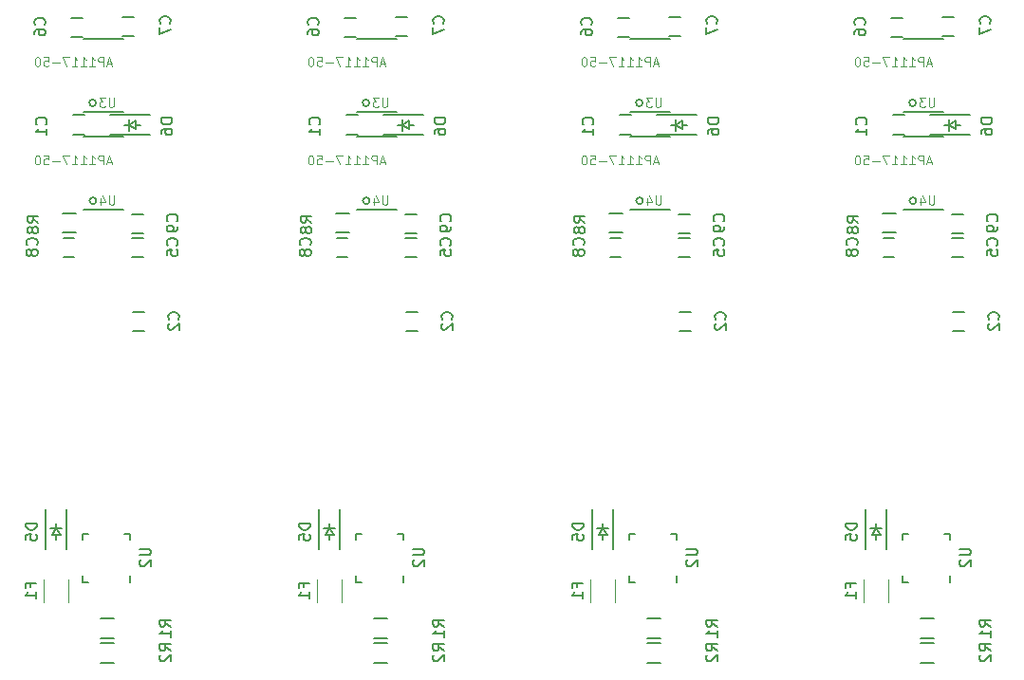
<source format=gbo>
G04 #@! TF.GenerationSoftware,KiCad,Pcbnew,5.1.0-rc1-unknown-e6a200b~76~ubuntu16.04.1*
G04 #@! TF.CreationDate,2019-02-18T11:20:04+01:00
G04 #@! TF.ProjectId,nano324,6e616e6f-3332-4342-9e6b-696361645f70,rev?*
G04 #@! TF.SameCoordinates,Original*
G04 #@! TF.FileFunction,Legend,Bot*
G04 #@! TF.FilePolarity,Positive*
%FSLAX46Y46*%
G04 Gerber Fmt 4.6, Leading zero omitted, Abs format (unit mm)*
G04 Created by KiCad (PCBNEW 5.1.0-rc1-unknown-e6a200b~76~ubuntu16.04.1) date 2019-02-18 11:20:04*
%MOMM*%
%LPD*%
G04 APERTURE LIST*
%ADD10C,0.150000*%
%ADD11C,0.127000*%
%ADD12C,0.120000*%
%ADD13C,0.076200*%
%ADD14C,2.540000*%
%ADD15O,1.727200X1.727200*%
%ADD16R,1.727200X1.727200*%
%ADD17R,1.500000X1.250000*%
%ADD18R,0.910000X1.220000*%
%ADD19R,2.032000X1.727200*%
%ADD20O,2.032000X1.727200*%
%ADD21C,1.000760*%
%ADD22C,1.000760*%
%ADD23R,1.500000X1.300000*%
%ADD24R,2.150000X0.950000*%
%ADD25R,2.150000X3.250000*%
%ADD26O,1.000000X1.550000*%
%ADD27O,1.250000X0.950000*%
%ADD28R,2.030000X1.650000*%
%ADD29R,1.220000X0.910000*%
%ADD30R,1.300000X1.300000*%
%ADD31R,0.850000X0.300000*%
%ADD32R,0.300000X0.850000*%
G04 APERTURE END LIST*
D10*
X199651240Y-102475400D02*
X198651240Y-102475400D01*
X198651240Y-100775400D02*
X199651240Y-100775400D01*
X196658480Y-91583080D02*
X200198480Y-91583080D01*
X196658480Y-89783080D02*
X200198480Y-89783080D01*
X198340980Y-91191080D02*
X198340980Y-90175080D01*
X198975980Y-90302080D02*
X198340980Y-90683080D01*
X198975980Y-91064080D02*
X198975980Y-90302080D01*
X198340980Y-90683080D02*
X198975980Y-91064080D01*
X197959980Y-90683080D02*
X198340980Y-90683080D01*
X198975980Y-90683080D02*
X199356980Y-90683080D01*
X195818200Y-136511000D02*
X197018200Y-136511000D01*
X197018200Y-134761000D02*
X195818200Y-134761000D01*
X192489200Y-100750000D02*
X193489200Y-100750000D01*
X193489200Y-102450000D02*
X192489200Y-102450000D01*
X193180400Y-81131040D02*
X194180400Y-81131040D01*
X194180400Y-82831040D02*
X193180400Y-82831040D01*
D11*
X194338000Y-98258700D02*
X197838000Y-98258700D01*
X197838000Y-91758700D02*
X194338000Y-91758700D01*
X195438000Y-97458700D02*
G75*
G03X195438000Y-97458700I-300000J0D01*
G01*
D10*
X199712200Y-109054000D02*
X198712200Y-109054000D01*
X198712200Y-107354000D02*
X199712200Y-107354000D01*
X197018200Y-136970800D02*
X195818200Y-136970800D01*
X195818200Y-138720800D02*
X197018200Y-138720800D01*
X194383280Y-91522920D02*
X193383280Y-91522920D01*
X193383280Y-89822920D02*
X194383280Y-89822920D01*
X197792400Y-81075160D02*
X198792400Y-81075160D01*
X198792400Y-82775160D02*
X197792400Y-82775160D01*
D11*
X195412600Y-88721100D02*
G75*
G03X195412600Y-88721100I-300000J0D01*
G01*
X197812600Y-83021100D02*
X194312600Y-83021100D01*
X194312600Y-89521100D02*
X197812600Y-89521100D01*
D10*
X198641400Y-98636720D02*
X199641400Y-98636720D01*
X199641400Y-100336720D02*
X198641400Y-100336720D01*
D12*
X192916200Y-133303520D02*
X192916200Y-131303520D01*
X190776200Y-131303520D02*
X190776200Y-133303520D01*
D10*
X190946200Y-125000000D02*
X190946200Y-128540000D01*
X192746200Y-125000000D02*
X192746200Y-128540000D01*
X191338200Y-126682500D02*
X192354200Y-126682500D01*
X192227200Y-127317500D02*
X191846200Y-126682500D01*
X191465200Y-127317500D02*
X192227200Y-127317500D01*
X191846200Y-126682500D02*
X191465200Y-127317500D01*
X191846200Y-126301500D02*
X191846200Y-126682500D01*
X191846200Y-127317500D02*
X191846200Y-127698500D01*
X192431120Y-100300760D02*
X193631120Y-100300760D01*
X193631120Y-98550760D02*
X192431120Y-98550760D01*
X198481600Y-127184500D02*
X198481600Y-127709500D01*
X194181600Y-127184500D02*
X194181600Y-127709500D01*
X194181600Y-131484500D02*
X194181600Y-130959500D01*
X198481600Y-131484500D02*
X198481600Y-130959500D01*
X194181600Y-127184500D02*
X194706600Y-127184500D01*
X194181600Y-131484500D02*
X194706600Y-131484500D01*
X198481600Y-127184500D02*
X197956600Y-127184500D01*
X175267240Y-102475400D02*
X174267240Y-102475400D01*
X174267240Y-100775400D02*
X175267240Y-100775400D01*
X172274480Y-91583080D02*
X175814480Y-91583080D01*
X172274480Y-89783080D02*
X175814480Y-89783080D01*
X173956980Y-91191080D02*
X173956980Y-90175080D01*
X174591980Y-90302080D02*
X173956980Y-90683080D01*
X174591980Y-91064080D02*
X174591980Y-90302080D01*
X173956980Y-90683080D02*
X174591980Y-91064080D01*
X173575980Y-90683080D02*
X173956980Y-90683080D01*
X174591980Y-90683080D02*
X174972980Y-90683080D01*
X171434200Y-136511000D02*
X172634200Y-136511000D01*
X172634200Y-134761000D02*
X171434200Y-134761000D01*
X168105200Y-100750000D02*
X169105200Y-100750000D01*
X169105200Y-102450000D02*
X168105200Y-102450000D01*
X168796400Y-81131040D02*
X169796400Y-81131040D01*
X169796400Y-82831040D02*
X168796400Y-82831040D01*
D11*
X169954000Y-98258700D02*
X173454000Y-98258700D01*
X173454000Y-91758700D02*
X169954000Y-91758700D01*
X171054000Y-97458700D02*
G75*
G03X171054000Y-97458700I-300000J0D01*
G01*
D10*
X175328200Y-109054000D02*
X174328200Y-109054000D01*
X174328200Y-107354000D02*
X175328200Y-107354000D01*
X172634200Y-136970800D02*
X171434200Y-136970800D01*
X171434200Y-138720800D02*
X172634200Y-138720800D01*
X169999280Y-91522920D02*
X168999280Y-91522920D01*
X168999280Y-89822920D02*
X169999280Y-89822920D01*
X173408400Y-81075160D02*
X174408400Y-81075160D01*
X174408400Y-82775160D02*
X173408400Y-82775160D01*
D11*
X171028600Y-88721100D02*
G75*
G03X171028600Y-88721100I-300000J0D01*
G01*
X173428600Y-83021100D02*
X169928600Y-83021100D01*
X169928600Y-89521100D02*
X173428600Y-89521100D01*
D10*
X174257400Y-98636720D02*
X175257400Y-98636720D01*
X175257400Y-100336720D02*
X174257400Y-100336720D01*
D12*
X168532200Y-133303520D02*
X168532200Y-131303520D01*
X166392200Y-131303520D02*
X166392200Y-133303520D01*
D10*
X166562200Y-125000000D02*
X166562200Y-128540000D01*
X168362200Y-125000000D02*
X168362200Y-128540000D01*
X166954200Y-126682500D02*
X167970200Y-126682500D01*
X167843200Y-127317500D02*
X167462200Y-126682500D01*
X167081200Y-127317500D02*
X167843200Y-127317500D01*
X167462200Y-126682500D02*
X167081200Y-127317500D01*
X167462200Y-126301500D02*
X167462200Y-126682500D01*
X167462200Y-127317500D02*
X167462200Y-127698500D01*
X168047120Y-100300760D02*
X169247120Y-100300760D01*
X169247120Y-98550760D02*
X168047120Y-98550760D01*
X174097600Y-127184500D02*
X174097600Y-127709500D01*
X169797600Y-127184500D02*
X169797600Y-127709500D01*
X169797600Y-131484500D02*
X169797600Y-130959500D01*
X174097600Y-131484500D02*
X174097600Y-130959500D01*
X169797600Y-127184500D02*
X170322600Y-127184500D01*
X169797600Y-131484500D02*
X170322600Y-131484500D01*
X174097600Y-127184500D02*
X173572600Y-127184500D01*
X150883240Y-102475400D02*
X149883240Y-102475400D01*
X149883240Y-100775400D02*
X150883240Y-100775400D01*
X147890480Y-91583080D02*
X151430480Y-91583080D01*
X147890480Y-89783080D02*
X151430480Y-89783080D01*
X149572980Y-91191080D02*
X149572980Y-90175080D01*
X150207980Y-90302080D02*
X149572980Y-90683080D01*
X150207980Y-91064080D02*
X150207980Y-90302080D01*
X149572980Y-90683080D02*
X150207980Y-91064080D01*
X149191980Y-90683080D02*
X149572980Y-90683080D01*
X150207980Y-90683080D02*
X150588980Y-90683080D01*
X147050200Y-136511000D02*
X148250200Y-136511000D01*
X148250200Y-134761000D02*
X147050200Y-134761000D01*
X143721200Y-100750000D02*
X144721200Y-100750000D01*
X144721200Y-102450000D02*
X143721200Y-102450000D01*
X144412400Y-81131040D02*
X145412400Y-81131040D01*
X145412400Y-82831040D02*
X144412400Y-82831040D01*
D11*
X145570000Y-98258700D02*
X149070000Y-98258700D01*
X149070000Y-91758700D02*
X145570000Y-91758700D01*
X146670000Y-97458700D02*
G75*
G03X146670000Y-97458700I-300000J0D01*
G01*
D10*
X150944200Y-109054000D02*
X149944200Y-109054000D01*
X149944200Y-107354000D02*
X150944200Y-107354000D01*
X148250200Y-136970800D02*
X147050200Y-136970800D01*
X147050200Y-138720800D02*
X148250200Y-138720800D01*
X145615280Y-91522920D02*
X144615280Y-91522920D01*
X144615280Y-89822920D02*
X145615280Y-89822920D01*
X149024400Y-81075160D02*
X150024400Y-81075160D01*
X150024400Y-82775160D02*
X149024400Y-82775160D01*
D11*
X146644600Y-88721100D02*
G75*
G03X146644600Y-88721100I-300000J0D01*
G01*
X149044600Y-83021100D02*
X145544600Y-83021100D01*
X145544600Y-89521100D02*
X149044600Y-89521100D01*
D10*
X149873400Y-98636720D02*
X150873400Y-98636720D01*
X150873400Y-100336720D02*
X149873400Y-100336720D01*
D12*
X144148200Y-133303520D02*
X144148200Y-131303520D01*
X142008200Y-131303520D02*
X142008200Y-133303520D01*
D10*
X142178200Y-125000000D02*
X142178200Y-128540000D01*
X143978200Y-125000000D02*
X143978200Y-128540000D01*
X142570200Y-126682500D02*
X143586200Y-126682500D01*
X143459200Y-127317500D02*
X143078200Y-126682500D01*
X142697200Y-127317500D02*
X143459200Y-127317500D01*
X143078200Y-126682500D02*
X142697200Y-127317500D01*
X143078200Y-126301500D02*
X143078200Y-126682500D01*
X143078200Y-127317500D02*
X143078200Y-127698500D01*
X143663120Y-100300760D02*
X144863120Y-100300760D01*
X144863120Y-98550760D02*
X143663120Y-98550760D01*
X149713600Y-127184500D02*
X149713600Y-127709500D01*
X145413600Y-127184500D02*
X145413600Y-127709500D01*
X145413600Y-131484500D02*
X145413600Y-130959500D01*
X149713600Y-131484500D02*
X149713600Y-130959500D01*
X145413600Y-127184500D02*
X145938600Y-127184500D01*
X145413600Y-131484500D02*
X145938600Y-131484500D01*
X149713600Y-127184500D02*
X149188600Y-127184500D01*
D11*
X122286000Y-97458700D02*
G75*
G03X122286000Y-97458700I-300000J0D01*
G01*
X124686000Y-91758700D02*
X121186000Y-91758700D01*
X121186000Y-98258700D02*
X124686000Y-98258700D01*
D10*
X120337200Y-102450000D02*
X119337200Y-102450000D01*
X119337200Y-100750000D02*
X120337200Y-100750000D01*
X125560200Y-107354000D02*
X126560200Y-107354000D01*
X126560200Y-109054000D02*
X125560200Y-109054000D01*
X120231280Y-89822920D02*
X121231280Y-89822920D01*
X121231280Y-91522920D02*
X120231280Y-91522920D01*
X121028400Y-82831040D02*
X120028400Y-82831040D01*
X120028400Y-81131040D02*
X121028400Y-81131040D01*
X125499240Y-100775400D02*
X126499240Y-100775400D01*
X126499240Y-102475400D02*
X125499240Y-102475400D01*
X125640400Y-82775160D02*
X124640400Y-82775160D01*
X124640400Y-81075160D02*
X125640400Y-81075160D01*
X126489400Y-100336720D02*
X125489400Y-100336720D01*
X125489400Y-98636720D02*
X126489400Y-98636720D01*
X118694200Y-127317500D02*
X118694200Y-127698500D01*
X118694200Y-126301500D02*
X118694200Y-126682500D01*
X118694200Y-126682500D02*
X118313200Y-127317500D01*
X118313200Y-127317500D02*
X119075200Y-127317500D01*
X119075200Y-127317500D02*
X118694200Y-126682500D01*
X118186200Y-126682500D02*
X119202200Y-126682500D01*
X119594200Y-125000000D02*
X119594200Y-128540000D01*
X117794200Y-125000000D02*
X117794200Y-128540000D01*
X125823980Y-90683080D02*
X126204980Y-90683080D01*
X124807980Y-90683080D02*
X125188980Y-90683080D01*
X125188980Y-90683080D02*
X125823980Y-91064080D01*
X125823980Y-91064080D02*
X125823980Y-90302080D01*
X125823980Y-90302080D02*
X125188980Y-90683080D01*
X125188980Y-91191080D02*
X125188980Y-90175080D01*
X123506480Y-89783080D02*
X127046480Y-89783080D01*
X123506480Y-91583080D02*
X127046480Y-91583080D01*
D12*
X117624200Y-131303520D02*
X117624200Y-133303520D01*
X119764200Y-133303520D02*
X119764200Y-131303520D01*
D10*
X123866200Y-134761000D02*
X122666200Y-134761000D01*
X122666200Y-136511000D02*
X123866200Y-136511000D01*
X122666200Y-138720800D02*
X123866200Y-138720800D01*
X123866200Y-136970800D02*
X122666200Y-136970800D01*
X120479120Y-98550760D02*
X119279120Y-98550760D01*
X119279120Y-100300760D02*
X120479120Y-100300760D01*
X125329600Y-127184500D02*
X124804600Y-127184500D01*
X121029600Y-131484500D02*
X121554600Y-131484500D01*
X121029600Y-127184500D02*
X121554600Y-127184500D01*
X125329600Y-131484500D02*
X125329600Y-130959500D01*
X121029600Y-131484500D02*
X121029600Y-130959500D01*
X121029600Y-127184500D02*
X121029600Y-127709500D01*
X125329600Y-127184500D02*
X125329600Y-127709500D01*
D11*
X121160600Y-89521100D02*
X124660600Y-89521100D01*
X124660600Y-83021100D02*
X121160600Y-83021100D01*
X122260600Y-88721100D02*
G75*
G03X122260600Y-88721100I-300000J0D01*
G01*
D10*
X202617342Y-101433333D02*
X202664961Y-101385714D01*
X202712580Y-101242857D01*
X202712580Y-101147619D01*
X202664961Y-101004761D01*
X202569723Y-100909523D01*
X202474485Y-100861904D01*
X202284009Y-100814285D01*
X202141152Y-100814285D01*
X201950676Y-100861904D01*
X201855438Y-100909523D01*
X201760200Y-101004761D01*
X201712580Y-101147619D01*
X201712580Y-101242857D01*
X201760200Y-101385714D01*
X201807819Y-101433333D01*
X201712580Y-102338095D02*
X201712580Y-101861904D01*
X202188771Y-101814285D01*
X202141152Y-101861904D01*
X202093533Y-101957142D01*
X202093533Y-102195238D01*
X202141152Y-102290476D01*
X202188771Y-102338095D01*
X202284009Y-102385714D01*
X202522104Y-102385714D01*
X202617342Y-102338095D01*
X202664961Y-102290476D01*
X202712580Y-102195238D01*
X202712580Y-101957142D01*
X202664961Y-101861904D01*
X202617342Y-101814285D01*
X202204580Y-90066904D02*
X201204580Y-90066904D01*
X201204580Y-90305000D01*
X201252200Y-90447857D01*
X201347438Y-90543095D01*
X201442676Y-90590714D01*
X201633152Y-90638333D01*
X201776009Y-90638333D01*
X201966485Y-90590714D01*
X202061723Y-90543095D01*
X202156961Y-90447857D01*
X202204580Y-90305000D01*
X202204580Y-90066904D01*
X201204580Y-91495476D02*
X201204580Y-91305000D01*
X201252200Y-91209761D01*
X201299819Y-91162142D01*
X201442676Y-91066904D01*
X201633152Y-91019285D01*
X202014104Y-91019285D01*
X202109342Y-91066904D01*
X202156961Y-91114523D01*
X202204580Y-91209761D01*
X202204580Y-91400238D01*
X202156961Y-91495476D01*
X202109342Y-91543095D01*
X202014104Y-91590714D01*
X201776009Y-91590714D01*
X201680771Y-91543095D01*
X201633152Y-91495476D01*
X201585533Y-91400238D01*
X201585533Y-91209761D01*
X201633152Y-91114523D01*
X201680771Y-91066904D01*
X201776009Y-91019285D01*
X202077580Y-135469333D02*
X201601390Y-135136000D01*
X202077580Y-134897904D02*
X201077580Y-134897904D01*
X201077580Y-135278857D01*
X201125200Y-135374095D01*
X201172819Y-135421714D01*
X201268057Y-135469333D01*
X201410914Y-135469333D01*
X201506152Y-135421714D01*
X201553771Y-135374095D01*
X201601390Y-135278857D01*
X201601390Y-134897904D01*
X202077580Y-136421714D02*
X202077580Y-135850285D01*
X202077580Y-136136000D02*
X201077580Y-136136000D01*
X201220438Y-136040761D01*
X201315676Y-135945523D01*
X201363295Y-135850285D01*
X190115782Y-101413013D02*
X190163401Y-101365394D01*
X190211020Y-101222537D01*
X190211020Y-101127299D01*
X190163401Y-100984441D01*
X190068163Y-100889203D01*
X189972925Y-100841584D01*
X189782449Y-100793965D01*
X189639592Y-100793965D01*
X189449116Y-100841584D01*
X189353878Y-100889203D01*
X189258640Y-100984441D01*
X189211020Y-101127299D01*
X189211020Y-101222537D01*
X189258640Y-101365394D01*
X189306259Y-101413013D01*
X189639592Y-101984441D02*
X189591973Y-101889203D01*
X189544354Y-101841584D01*
X189449116Y-101793965D01*
X189401497Y-101793965D01*
X189306259Y-101841584D01*
X189258640Y-101889203D01*
X189211020Y-101984441D01*
X189211020Y-102174918D01*
X189258640Y-102270156D01*
X189306259Y-102317775D01*
X189401497Y-102365394D01*
X189449116Y-102365394D01*
X189544354Y-102317775D01*
X189591973Y-102270156D01*
X189639592Y-102174918D01*
X189639592Y-101984441D01*
X189687211Y-101889203D01*
X189734830Y-101841584D01*
X189830068Y-101793965D01*
X190020544Y-101793965D01*
X190115782Y-101841584D01*
X190163401Y-101889203D01*
X190211020Y-101984441D01*
X190211020Y-102174918D01*
X190163401Y-102270156D01*
X190115782Y-102317775D01*
X190020544Y-102365394D01*
X189830068Y-102365394D01*
X189734830Y-102317775D01*
X189687211Y-102270156D01*
X189639592Y-102174918D01*
X190806342Y-81748333D02*
X190853961Y-81700714D01*
X190901580Y-81557857D01*
X190901580Y-81462619D01*
X190853961Y-81319761D01*
X190758723Y-81224523D01*
X190663485Y-81176904D01*
X190473009Y-81129285D01*
X190330152Y-81129285D01*
X190139676Y-81176904D01*
X190044438Y-81224523D01*
X189949200Y-81319761D01*
X189901580Y-81462619D01*
X189901580Y-81557857D01*
X189949200Y-81700714D01*
X189996819Y-81748333D01*
X189901580Y-82605476D02*
X189901580Y-82415000D01*
X189949200Y-82319761D01*
X189996819Y-82272142D01*
X190139676Y-82176904D01*
X190330152Y-82129285D01*
X190711104Y-82129285D01*
X190806342Y-82176904D01*
X190853961Y-82224523D01*
X190901580Y-82319761D01*
X190901580Y-82510238D01*
X190853961Y-82605476D01*
X190806342Y-82653095D01*
X190711104Y-82700714D01*
X190473009Y-82700714D01*
X190377771Y-82653095D01*
X190330152Y-82605476D01*
X190282533Y-82510238D01*
X190282533Y-82319761D01*
X190330152Y-82224523D01*
X190377771Y-82176904D01*
X190473009Y-82129285D01*
D13*
X197037476Y-97001995D02*
X197037476Y-97659976D01*
X196998771Y-97737385D01*
X196960066Y-97776090D01*
X196882657Y-97814795D01*
X196727838Y-97814795D01*
X196650428Y-97776090D01*
X196611723Y-97737385D01*
X196573019Y-97659976D01*
X196573019Y-97001995D01*
X195837628Y-97272928D02*
X195837628Y-97814795D01*
X196031152Y-96963290D02*
X196224676Y-97543861D01*
X195721514Y-97543861D01*
X196795571Y-93988466D02*
X196408523Y-93988466D01*
X196872980Y-94220695D02*
X196602047Y-93407895D01*
X196331114Y-94220695D01*
X196060180Y-94220695D02*
X196060180Y-93407895D01*
X195750542Y-93407895D01*
X195673133Y-93446600D01*
X195634428Y-93485304D01*
X195595723Y-93562714D01*
X195595723Y-93678828D01*
X195634428Y-93756238D01*
X195673133Y-93794942D01*
X195750542Y-93833647D01*
X196060180Y-93833647D01*
X194821628Y-94220695D02*
X195286085Y-94220695D01*
X195053857Y-94220695D02*
X195053857Y-93407895D01*
X195131266Y-93524009D01*
X195208676Y-93601419D01*
X195286085Y-93640123D01*
X194047533Y-94220695D02*
X194511990Y-94220695D01*
X194279761Y-94220695D02*
X194279761Y-93407895D01*
X194357171Y-93524009D01*
X194434580Y-93601419D01*
X194511990Y-93640123D01*
X193273438Y-94220695D02*
X193737895Y-94220695D01*
X193505666Y-94220695D02*
X193505666Y-93407895D01*
X193583076Y-93524009D01*
X193660485Y-93601419D01*
X193737895Y-93640123D01*
X193002504Y-93407895D02*
X192460638Y-93407895D01*
X192808980Y-94220695D01*
X192151000Y-93911057D02*
X191531723Y-93911057D01*
X190757628Y-93407895D02*
X191144676Y-93407895D01*
X191183380Y-93794942D01*
X191144676Y-93756238D01*
X191067266Y-93717533D01*
X190873742Y-93717533D01*
X190796333Y-93756238D01*
X190757628Y-93794942D01*
X190718923Y-93872352D01*
X190718923Y-94065876D01*
X190757628Y-94143285D01*
X190796333Y-94181990D01*
X190873742Y-94220695D01*
X191067266Y-94220695D01*
X191144676Y-94181990D01*
X191183380Y-94143285D01*
X190215761Y-93407895D02*
X190138352Y-93407895D01*
X190060942Y-93446600D01*
X190022238Y-93485304D01*
X189983533Y-93562714D01*
X189944828Y-93717533D01*
X189944828Y-93911057D01*
X189983533Y-94065876D01*
X190022238Y-94143285D01*
X190060942Y-94181990D01*
X190138352Y-94220695D01*
X190215761Y-94220695D01*
X190293171Y-94181990D01*
X190331876Y-94143285D01*
X190370580Y-94065876D01*
X190409285Y-93911057D01*
X190409285Y-93717533D01*
X190370580Y-93562714D01*
X190331876Y-93485304D01*
X190293171Y-93446600D01*
X190215761Y-93407895D01*
D10*
X202744342Y-108037333D02*
X202791961Y-107989714D01*
X202839580Y-107846857D01*
X202839580Y-107751619D01*
X202791961Y-107608761D01*
X202696723Y-107513523D01*
X202601485Y-107465904D01*
X202411009Y-107418285D01*
X202268152Y-107418285D01*
X202077676Y-107465904D01*
X201982438Y-107513523D01*
X201887200Y-107608761D01*
X201839580Y-107751619D01*
X201839580Y-107846857D01*
X201887200Y-107989714D01*
X201934819Y-108037333D01*
X201934819Y-108418285D02*
X201887200Y-108465904D01*
X201839580Y-108561142D01*
X201839580Y-108799238D01*
X201887200Y-108894476D01*
X201934819Y-108942095D01*
X202030057Y-108989714D01*
X202125295Y-108989714D01*
X202268152Y-108942095D01*
X202839580Y-108370666D01*
X202839580Y-108989714D01*
X202077580Y-137628333D02*
X201601390Y-137295000D01*
X202077580Y-137056904D02*
X201077580Y-137056904D01*
X201077580Y-137437857D01*
X201125200Y-137533095D01*
X201172819Y-137580714D01*
X201268057Y-137628333D01*
X201410914Y-137628333D01*
X201506152Y-137580714D01*
X201553771Y-137533095D01*
X201601390Y-137437857D01*
X201601390Y-137056904D01*
X201172819Y-138009285D02*
X201125200Y-138056904D01*
X201077580Y-138152142D01*
X201077580Y-138390238D01*
X201125200Y-138485476D01*
X201172819Y-138533095D01*
X201268057Y-138580714D01*
X201363295Y-138580714D01*
X201506152Y-138533095D01*
X202077580Y-137961666D01*
X202077580Y-138580714D01*
X190933342Y-90638333D02*
X190980961Y-90590714D01*
X191028580Y-90447857D01*
X191028580Y-90352619D01*
X190980961Y-90209761D01*
X190885723Y-90114523D01*
X190790485Y-90066904D01*
X190600009Y-90019285D01*
X190457152Y-90019285D01*
X190266676Y-90066904D01*
X190171438Y-90114523D01*
X190076200Y-90209761D01*
X190028580Y-90352619D01*
X190028580Y-90447857D01*
X190076200Y-90590714D01*
X190123819Y-90638333D01*
X191028580Y-91590714D02*
X191028580Y-91019285D01*
X191028580Y-91305000D02*
X190028580Y-91305000D01*
X190171438Y-91209761D01*
X190266676Y-91114523D01*
X190314295Y-91019285D01*
X201982342Y-81621333D02*
X202029961Y-81573714D01*
X202077580Y-81430857D01*
X202077580Y-81335619D01*
X202029961Y-81192761D01*
X201934723Y-81097523D01*
X201839485Y-81049904D01*
X201649009Y-81002285D01*
X201506152Y-81002285D01*
X201315676Y-81049904D01*
X201220438Y-81097523D01*
X201125200Y-81192761D01*
X201077580Y-81335619D01*
X201077580Y-81430857D01*
X201125200Y-81573714D01*
X201172819Y-81621333D01*
X201077580Y-81954666D02*
X201077580Y-82621333D01*
X202077580Y-82192761D01*
D13*
X197012076Y-88264395D02*
X197012076Y-88922376D01*
X196973371Y-88999785D01*
X196934666Y-89038490D01*
X196857257Y-89077195D01*
X196702438Y-89077195D01*
X196625028Y-89038490D01*
X196586323Y-88999785D01*
X196547619Y-88922376D01*
X196547619Y-88264395D01*
X196237980Y-88264395D02*
X195734819Y-88264395D01*
X196005752Y-88574033D01*
X195889638Y-88574033D01*
X195812228Y-88612738D01*
X195773523Y-88651442D01*
X195734819Y-88728852D01*
X195734819Y-88922376D01*
X195773523Y-88999785D01*
X195812228Y-89038490D01*
X195889638Y-89077195D01*
X196121866Y-89077195D01*
X196199276Y-89038490D01*
X196237980Y-88999785D01*
X196795571Y-85225466D02*
X196408523Y-85225466D01*
X196872980Y-85457695D02*
X196602047Y-84644895D01*
X196331114Y-85457695D01*
X196060180Y-85457695D02*
X196060180Y-84644895D01*
X195750542Y-84644895D01*
X195673133Y-84683600D01*
X195634428Y-84722304D01*
X195595723Y-84799714D01*
X195595723Y-84915828D01*
X195634428Y-84993238D01*
X195673133Y-85031942D01*
X195750542Y-85070647D01*
X196060180Y-85070647D01*
X194821628Y-85457695D02*
X195286085Y-85457695D01*
X195053857Y-85457695D02*
X195053857Y-84644895D01*
X195131266Y-84761009D01*
X195208676Y-84838419D01*
X195286085Y-84877123D01*
X194047533Y-85457695D02*
X194511990Y-85457695D01*
X194279761Y-85457695D02*
X194279761Y-84644895D01*
X194357171Y-84761009D01*
X194434580Y-84838419D01*
X194511990Y-84877123D01*
X193273438Y-85457695D02*
X193737895Y-85457695D01*
X193505666Y-85457695D02*
X193505666Y-84644895D01*
X193583076Y-84761009D01*
X193660485Y-84838419D01*
X193737895Y-84877123D01*
X193002504Y-84644895D02*
X192460638Y-84644895D01*
X192808980Y-85457695D01*
X192151000Y-85148057D02*
X191531723Y-85148057D01*
X190757628Y-84644895D02*
X191144676Y-84644895D01*
X191183380Y-85031942D01*
X191144676Y-84993238D01*
X191067266Y-84954533D01*
X190873742Y-84954533D01*
X190796333Y-84993238D01*
X190757628Y-85031942D01*
X190718923Y-85109352D01*
X190718923Y-85302876D01*
X190757628Y-85380285D01*
X190796333Y-85418990D01*
X190873742Y-85457695D01*
X191067266Y-85457695D01*
X191144676Y-85418990D01*
X191183380Y-85380285D01*
X190215761Y-84644895D02*
X190138352Y-84644895D01*
X190060942Y-84683600D01*
X190022238Y-84722304D01*
X189983533Y-84799714D01*
X189944828Y-84954533D01*
X189944828Y-85148057D01*
X189983533Y-85302876D01*
X190022238Y-85380285D01*
X190060942Y-85418990D01*
X190138352Y-85457695D01*
X190215761Y-85457695D01*
X190293171Y-85418990D01*
X190331876Y-85380285D01*
X190370580Y-85302876D01*
X190409285Y-85148057D01*
X190409285Y-84954533D01*
X190370580Y-84799714D01*
X190331876Y-84722304D01*
X190293171Y-84683600D01*
X190215761Y-84644895D01*
D10*
X202617342Y-99274333D02*
X202664961Y-99226714D01*
X202712580Y-99083857D01*
X202712580Y-98988619D01*
X202664961Y-98845761D01*
X202569723Y-98750523D01*
X202474485Y-98702904D01*
X202284009Y-98655285D01*
X202141152Y-98655285D01*
X201950676Y-98702904D01*
X201855438Y-98750523D01*
X201760200Y-98845761D01*
X201712580Y-98988619D01*
X201712580Y-99083857D01*
X201760200Y-99226714D01*
X201807819Y-99274333D01*
X202712580Y-99750523D02*
X202712580Y-99941000D01*
X202664961Y-100036238D01*
X202617342Y-100083857D01*
X202474485Y-100179095D01*
X202284009Y-100226714D01*
X201903057Y-100226714D01*
X201807819Y-100179095D01*
X201760200Y-100131476D01*
X201712580Y-100036238D01*
X201712580Y-99845761D01*
X201760200Y-99750523D01*
X201807819Y-99702904D01*
X201903057Y-99655285D01*
X202141152Y-99655285D01*
X202236390Y-99702904D01*
X202284009Y-99750523D01*
X202331628Y-99845761D01*
X202331628Y-100036238D01*
X202284009Y-100131476D01*
X202236390Y-100179095D01*
X202141152Y-100226714D01*
X189574771Y-131920186D02*
X189574771Y-131586853D01*
X190098580Y-131586853D02*
X189098580Y-131586853D01*
X189098580Y-132063043D01*
X190098580Y-132967805D02*
X190098580Y-132396377D01*
X190098580Y-132682091D02*
X189098580Y-132682091D01*
X189241438Y-132586853D01*
X189336676Y-132491615D01*
X189384295Y-132396377D01*
X190139580Y-126261904D02*
X189139580Y-126261904D01*
X189139580Y-126500000D01*
X189187200Y-126642857D01*
X189282438Y-126738095D01*
X189377676Y-126785714D01*
X189568152Y-126833333D01*
X189711009Y-126833333D01*
X189901485Y-126785714D01*
X189996723Y-126738095D01*
X190091961Y-126642857D01*
X190139580Y-126500000D01*
X190139580Y-126261904D01*
X189139580Y-127738095D02*
X189139580Y-127261904D01*
X189615771Y-127214285D01*
X189568152Y-127261904D01*
X189520533Y-127357142D01*
X189520533Y-127595238D01*
X189568152Y-127690476D01*
X189615771Y-127738095D01*
X189711009Y-127785714D01*
X189949104Y-127785714D01*
X190044342Y-127738095D01*
X190091961Y-127690476D01*
X190139580Y-127595238D01*
X190139580Y-127357142D01*
X190091961Y-127261904D01*
X190044342Y-127214285D01*
X190266580Y-99401333D02*
X189790390Y-99068000D01*
X190266580Y-98829904D02*
X189266580Y-98829904D01*
X189266580Y-99210857D01*
X189314200Y-99306095D01*
X189361819Y-99353714D01*
X189457057Y-99401333D01*
X189599914Y-99401333D01*
X189695152Y-99353714D01*
X189742771Y-99306095D01*
X189790390Y-99210857D01*
X189790390Y-98829904D01*
X189695152Y-99972761D02*
X189647533Y-99877523D01*
X189599914Y-99829904D01*
X189504676Y-99782285D01*
X189457057Y-99782285D01*
X189361819Y-99829904D01*
X189314200Y-99877523D01*
X189266580Y-99972761D01*
X189266580Y-100163238D01*
X189314200Y-100258476D01*
X189361819Y-100306095D01*
X189457057Y-100353714D01*
X189504676Y-100353714D01*
X189599914Y-100306095D01*
X189647533Y-100258476D01*
X189695152Y-100163238D01*
X189695152Y-99972761D01*
X189742771Y-99877523D01*
X189790390Y-99829904D01*
X189885628Y-99782285D01*
X190076104Y-99782285D01*
X190171342Y-99829904D01*
X190218961Y-99877523D01*
X190266580Y-99972761D01*
X190266580Y-100163238D01*
X190218961Y-100258476D01*
X190171342Y-100306095D01*
X190076104Y-100353714D01*
X189885628Y-100353714D01*
X189790390Y-100306095D01*
X189742771Y-100258476D01*
X189695152Y-100163238D01*
X199299580Y-128524095D02*
X200109104Y-128524095D01*
X200204342Y-128571714D01*
X200251961Y-128619333D01*
X200299580Y-128714571D01*
X200299580Y-128905047D01*
X200251961Y-129000285D01*
X200204342Y-129047904D01*
X200109104Y-129095523D01*
X199299580Y-129095523D01*
X199394819Y-129524095D02*
X199347200Y-129571714D01*
X199299580Y-129666952D01*
X199299580Y-129905047D01*
X199347200Y-130000285D01*
X199394819Y-130047904D01*
X199490057Y-130095523D01*
X199585295Y-130095523D01*
X199728152Y-130047904D01*
X200299580Y-129476476D01*
X200299580Y-130095523D01*
X178233342Y-101433333D02*
X178280961Y-101385714D01*
X178328580Y-101242857D01*
X178328580Y-101147619D01*
X178280961Y-101004761D01*
X178185723Y-100909523D01*
X178090485Y-100861904D01*
X177900009Y-100814285D01*
X177757152Y-100814285D01*
X177566676Y-100861904D01*
X177471438Y-100909523D01*
X177376200Y-101004761D01*
X177328580Y-101147619D01*
X177328580Y-101242857D01*
X177376200Y-101385714D01*
X177423819Y-101433333D01*
X177328580Y-102338095D02*
X177328580Y-101861904D01*
X177804771Y-101814285D01*
X177757152Y-101861904D01*
X177709533Y-101957142D01*
X177709533Y-102195238D01*
X177757152Y-102290476D01*
X177804771Y-102338095D01*
X177900009Y-102385714D01*
X178138104Y-102385714D01*
X178233342Y-102338095D01*
X178280961Y-102290476D01*
X178328580Y-102195238D01*
X178328580Y-101957142D01*
X178280961Y-101861904D01*
X178233342Y-101814285D01*
X177820580Y-90066904D02*
X176820580Y-90066904D01*
X176820580Y-90305000D01*
X176868200Y-90447857D01*
X176963438Y-90543095D01*
X177058676Y-90590714D01*
X177249152Y-90638333D01*
X177392009Y-90638333D01*
X177582485Y-90590714D01*
X177677723Y-90543095D01*
X177772961Y-90447857D01*
X177820580Y-90305000D01*
X177820580Y-90066904D01*
X176820580Y-91495476D02*
X176820580Y-91305000D01*
X176868200Y-91209761D01*
X176915819Y-91162142D01*
X177058676Y-91066904D01*
X177249152Y-91019285D01*
X177630104Y-91019285D01*
X177725342Y-91066904D01*
X177772961Y-91114523D01*
X177820580Y-91209761D01*
X177820580Y-91400238D01*
X177772961Y-91495476D01*
X177725342Y-91543095D01*
X177630104Y-91590714D01*
X177392009Y-91590714D01*
X177296771Y-91543095D01*
X177249152Y-91495476D01*
X177201533Y-91400238D01*
X177201533Y-91209761D01*
X177249152Y-91114523D01*
X177296771Y-91066904D01*
X177392009Y-91019285D01*
X177693580Y-135469333D02*
X177217390Y-135136000D01*
X177693580Y-134897904D02*
X176693580Y-134897904D01*
X176693580Y-135278857D01*
X176741200Y-135374095D01*
X176788819Y-135421714D01*
X176884057Y-135469333D01*
X177026914Y-135469333D01*
X177122152Y-135421714D01*
X177169771Y-135374095D01*
X177217390Y-135278857D01*
X177217390Y-134897904D01*
X177693580Y-136421714D02*
X177693580Y-135850285D01*
X177693580Y-136136000D02*
X176693580Y-136136000D01*
X176836438Y-136040761D01*
X176931676Y-135945523D01*
X176979295Y-135850285D01*
X165731782Y-101413013D02*
X165779401Y-101365394D01*
X165827020Y-101222537D01*
X165827020Y-101127299D01*
X165779401Y-100984441D01*
X165684163Y-100889203D01*
X165588925Y-100841584D01*
X165398449Y-100793965D01*
X165255592Y-100793965D01*
X165065116Y-100841584D01*
X164969878Y-100889203D01*
X164874640Y-100984441D01*
X164827020Y-101127299D01*
X164827020Y-101222537D01*
X164874640Y-101365394D01*
X164922259Y-101413013D01*
X165255592Y-101984441D02*
X165207973Y-101889203D01*
X165160354Y-101841584D01*
X165065116Y-101793965D01*
X165017497Y-101793965D01*
X164922259Y-101841584D01*
X164874640Y-101889203D01*
X164827020Y-101984441D01*
X164827020Y-102174918D01*
X164874640Y-102270156D01*
X164922259Y-102317775D01*
X165017497Y-102365394D01*
X165065116Y-102365394D01*
X165160354Y-102317775D01*
X165207973Y-102270156D01*
X165255592Y-102174918D01*
X165255592Y-101984441D01*
X165303211Y-101889203D01*
X165350830Y-101841584D01*
X165446068Y-101793965D01*
X165636544Y-101793965D01*
X165731782Y-101841584D01*
X165779401Y-101889203D01*
X165827020Y-101984441D01*
X165827020Y-102174918D01*
X165779401Y-102270156D01*
X165731782Y-102317775D01*
X165636544Y-102365394D01*
X165446068Y-102365394D01*
X165350830Y-102317775D01*
X165303211Y-102270156D01*
X165255592Y-102174918D01*
X166422342Y-81748333D02*
X166469961Y-81700714D01*
X166517580Y-81557857D01*
X166517580Y-81462619D01*
X166469961Y-81319761D01*
X166374723Y-81224523D01*
X166279485Y-81176904D01*
X166089009Y-81129285D01*
X165946152Y-81129285D01*
X165755676Y-81176904D01*
X165660438Y-81224523D01*
X165565200Y-81319761D01*
X165517580Y-81462619D01*
X165517580Y-81557857D01*
X165565200Y-81700714D01*
X165612819Y-81748333D01*
X165517580Y-82605476D02*
X165517580Y-82415000D01*
X165565200Y-82319761D01*
X165612819Y-82272142D01*
X165755676Y-82176904D01*
X165946152Y-82129285D01*
X166327104Y-82129285D01*
X166422342Y-82176904D01*
X166469961Y-82224523D01*
X166517580Y-82319761D01*
X166517580Y-82510238D01*
X166469961Y-82605476D01*
X166422342Y-82653095D01*
X166327104Y-82700714D01*
X166089009Y-82700714D01*
X165993771Y-82653095D01*
X165946152Y-82605476D01*
X165898533Y-82510238D01*
X165898533Y-82319761D01*
X165946152Y-82224523D01*
X165993771Y-82176904D01*
X166089009Y-82129285D01*
D13*
X172653476Y-97001995D02*
X172653476Y-97659976D01*
X172614771Y-97737385D01*
X172576066Y-97776090D01*
X172498657Y-97814795D01*
X172343838Y-97814795D01*
X172266428Y-97776090D01*
X172227723Y-97737385D01*
X172189019Y-97659976D01*
X172189019Y-97001995D01*
X171453628Y-97272928D02*
X171453628Y-97814795D01*
X171647152Y-96963290D02*
X171840676Y-97543861D01*
X171337514Y-97543861D01*
X172411571Y-93988466D02*
X172024523Y-93988466D01*
X172488980Y-94220695D02*
X172218047Y-93407895D01*
X171947114Y-94220695D01*
X171676180Y-94220695D02*
X171676180Y-93407895D01*
X171366542Y-93407895D01*
X171289133Y-93446600D01*
X171250428Y-93485304D01*
X171211723Y-93562714D01*
X171211723Y-93678828D01*
X171250428Y-93756238D01*
X171289133Y-93794942D01*
X171366542Y-93833647D01*
X171676180Y-93833647D01*
X170437628Y-94220695D02*
X170902085Y-94220695D01*
X170669857Y-94220695D02*
X170669857Y-93407895D01*
X170747266Y-93524009D01*
X170824676Y-93601419D01*
X170902085Y-93640123D01*
X169663533Y-94220695D02*
X170127990Y-94220695D01*
X169895761Y-94220695D02*
X169895761Y-93407895D01*
X169973171Y-93524009D01*
X170050580Y-93601419D01*
X170127990Y-93640123D01*
X168889438Y-94220695D02*
X169353895Y-94220695D01*
X169121666Y-94220695D02*
X169121666Y-93407895D01*
X169199076Y-93524009D01*
X169276485Y-93601419D01*
X169353895Y-93640123D01*
X168618504Y-93407895D02*
X168076638Y-93407895D01*
X168424980Y-94220695D01*
X167767000Y-93911057D02*
X167147723Y-93911057D01*
X166373628Y-93407895D02*
X166760676Y-93407895D01*
X166799380Y-93794942D01*
X166760676Y-93756238D01*
X166683266Y-93717533D01*
X166489742Y-93717533D01*
X166412333Y-93756238D01*
X166373628Y-93794942D01*
X166334923Y-93872352D01*
X166334923Y-94065876D01*
X166373628Y-94143285D01*
X166412333Y-94181990D01*
X166489742Y-94220695D01*
X166683266Y-94220695D01*
X166760676Y-94181990D01*
X166799380Y-94143285D01*
X165831761Y-93407895D02*
X165754352Y-93407895D01*
X165676942Y-93446600D01*
X165638238Y-93485304D01*
X165599533Y-93562714D01*
X165560828Y-93717533D01*
X165560828Y-93911057D01*
X165599533Y-94065876D01*
X165638238Y-94143285D01*
X165676942Y-94181990D01*
X165754352Y-94220695D01*
X165831761Y-94220695D01*
X165909171Y-94181990D01*
X165947876Y-94143285D01*
X165986580Y-94065876D01*
X166025285Y-93911057D01*
X166025285Y-93717533D01*
X165986580Y-93562714D01*
X165947876Y-93485304D01*
X165909171Y-93446600D01*
X165831761Y-93407895D01*
D10*
X178360342Y-108037333D02*
X178407961Y-107989714D01*
X178455580Y-107846857D01*
X178455580Y-107751619D01*
X178407961Y-107608761D01*
X178312723Y-107513523D01*
X178217485Y-107465904D01*
X178027009Y-107418285D01*
X177884152Y-107418285D01*
X177693676Y-107465904D01*
X177598438Y-107513523D01*
X177503200Y-107608761D01*
X177455580Y-107751619D01*
X177455580Y-107846857D01*
X177503200Y-107989714D01*
X177550819Y-108037333D01*
X177550819Y-108418285D02*
X177503200Y-108465904D01*
X177455580Y-108561142D01*
X177455580Y-108799238D01*
X177503200Y-108894476D01*
X177550819Y-108942095D01*
X177646057Y-108989714D01*
X177741295Y-108989714D01*
X177884152Y-108942095D01*
X178455580Y-108370666D01*
X178455580Y-108989714D01*
X177693580Y-137628333D02*
X177217390Y-137295000D01*
X177693580Y-137056904D02*
X176693580Y-137056904D01*
X176693580Y-137437857D01*
X176741200Y-137533095D01*
X176788819Y-137580714D01*
X176884057Y-137628333D01*
X177026914Y-137628333D01*
X177122152Y-137580714D01*
X177169771Y-137533095D01*
X177217390Y-137437857D01*
X177217390Y-137056904D01*
X176788819Y-138009285D02*
X176741200Y-138056904D01*
X176693580Y-138152142D01*
X176693580Y-138390238D01*
X176741200Y-138485476D01*
X176788819Y-138533095D01*
X176884057Y-138580714D01*
X176979295Y-138580714D01*
X177122152Y-138533095D01*
X177693580Y-137961666D01*
X177693580Y-138580714D01*
X166549342Y-90638333D02*
X166596961Y-90590714D01*
X166644580Y-90447857D01*
X166644580Y-90352619D01*
X166596961Y-90209761D01*
X166501723Y-90114523D01*
X166406485Y-90066904D01*
X166216009Y-90019285D01*
X166073152Y-90019285D01*
X165882676Y-90066904D01*
X165787438Y-90114523D01*
X165692200Y-90209761D01*
X165644580Y-90352619D01*
X165644580Y-90447857D01*
X165692200Y-90590714D01*
X165739819Y-90638333D01*
X166644580Y-91590714D02*
X166644580Y-91019285D01*
X166644580Y-91305000D02*
X165644580Y-91305000D01*
X165787438Y-91209761D01*
X165882676Y-91114523D01*
X165930295Y-91019285D01*
X177598342Y-81621333D02*
X177645961Y-81573714D01*
X177693580Y-81430857D01*
X177693580Y-81335619D01*
X177645961Y-81192761D01*
X177550723Y-81097523D01*
X177455485Y-81049904D01*
X177265009Y-81002285D01*
X177122152Y-81002285D01*
X176931676Y-81049904D01*
X176836438Y-81097523D01*
X176741200Y-81192761D01*
X176693580Y-81335619D01*
X176693580Y-81430857D01*
X176741200Y-81573714D01*
X176788819Y-81621333D01*
X176693580Y-81954666D02*
X176693580Y-82621333D01*
X177693580Y-82192761D01*
D13*
X172628076Y-88264395D02*
X172628076Y-88922376D01*
X172589371Y-88999785D01*
X172550666Y-89038490D01*
X172473257Y-89077195D01*
X172318438Y-89077195D01*
X172241028Y-89038490D01*
X172202323Y-88999785D01*
X172163619Y-88922376D01*
X172163619Y-88264395D01*
X171853980Y-88264395D02*
X171350819Y-88264395D01*
X171621752Y-88574033D01*
X171505638Y-88574033D01*
X171428228Y-88612738D01*
X171389523Y-88651442D01*
X171350819Y-88728852D01*
X171350819Y-88922376D01*
X171389523Y-88999785D01*
X171428228Y-89038490D01*
X171505638Y-89077195D01*
X171737866Y-89077195D01*
X171815276Y-89038490D01*
X171853980Y-88999785D01*
X172411571Y-85225466D02*
X172024523Y-85225466D01*
X172488980Y-85457695D02*
X172218047Y-84644895D01*
X171947114Y-85457695D01*
X171676180Y-85457695D02*
X171676180Y-84644895D01*
X171366542Y-84644895D01*
X171289133Y-84683600D01*
X171250428Y-84722304D01*
X171211723Y-84799714D01*
X171211723Y-84915828D01*
X171250428Y-84993238D01*
X171289133Y-85031942D01*
X171366542Y-85070647D01*
X171676180Y-85070647D01*
X170437628Y-85457695D02*
X170902085Y-85457695D01*
X170669857Y-85457695D02*
X170669857Y-84644895D01*
X170747266Y-84761009D01*
X170824676Y-84838419D01*
X170902085Y-84877123D01*
X169663533Y-85457695D02*
X170127990Y-85457695D01*
X169895761Y-85457695D02*
X169895761Y-84644895D01*
X169973171Y-84761009D01*
X170050580Y-84838419D01*
X170127990Y-84877123D01*
X168889438Y-85457695D02*
X169353895Y-85457695D01*
X169121666Y-85457695D02*
X169121666Y-84644895D01*
X169199076Y-84761009D01*
X169276485Y-84838419D01*
X169353895Y-84877123D01*
X168618504Y-84644895D02*
X168076638Y-84644895D01*
X168424980Y-85457695D01*
X167767000Y-85148057D02*
X167147723Y-85148057D01*
X166373628Y-84644895D02*
X166760676Y-84644895D01*
X166799380Y-85031942D01*
X166760676Y-84993238D01*
X166683266Y-84954533D01*
X166489742Y-84954533D01*
X166412333Y-84993238D01*
X166373628Y-85031942D01*
X166334923Y-85109352D01*
X166334923Y-85302876D01*
X166373628Y-85380285D01*
X166412333Y-85418990D01*
X166489742Y-85457695D01*
X166683266Y-85457695D01*
X166760676Y-85418990D01*
X166799380Y-85380285D01*
X165831761Y-84644895D02*
X165754352Y-84644895D01*
X165676942Y-84683600D01*
X165638238Y-84722304D01*
X165599533Y-84799714D01*
X165560828Y-84954533D01*
X165560828Y-85148057D01*
X165599533Y-85302876D01*
X165638238Y-85380285D01*
X165676942Y-85418990D01*
X165754352Y-85457695D01*
X165831761Y-85457695D01*
X165909171Y-85418990D01*
X165947876Y-85380285D01*
X165986580Y-85302876D01*
X166025285Y-85148057D01*
X166025285Y-84954533D01*
X165986580Y-84799714D01*
X165947876Y-84722304D01*
X165909171Y-84683600D01*
X165831761Y-84644895D01*
D10*
X178233342Y-99274333D02*
X178280961Y-99226714D01*
X178328580Y-99083857D01*
X178328580Y-98988619D01*
X178280961Y-98845761D01*
X178185723Y-98750523D01*
X178090485Y-98702904D01*
X177900009Y-98655285D01*
X177757152Y-98655285D01*
X177566676Y-98702904D01*
X177471438Y-98750523D01*
X177376200Y-98845761D01*
X177328580Y-98988619D01*
X177328580Y-99083857D01*
X177376200Y-99226714D01*
X177423819Y-99274333D01*
X178328580Y-99750523D02*
X178328580Y-99941000D01*
X178280961Y-100036238D01*
X178233342Y-100083857D01*
X178090485Y-100179095D01*
X177900009Y-100226714D01*
X177519057Y-100226714D01*
X177423819Y-100179095D01*
X177376200Y-100131476D01*
X177328580Y-100036238D01*
X177328580Y-99845761D01*
X177376200Y-99750523D01*
X177423819Y-99702904D01*
X177519057Y-99655285D01*
X177757152Y-99655285D01*
X177852390Y-99702904D01*
X177900009Y-99750523D01*
X177947628Y-99845761D01*
X177947628Y-100036238D01*
X177900009Y-100131476D01*
X177852390Y-100179095D01*
X177757152Y-100226714D01*
X165190771Y-131920186D02*
X165190771Y-131586853D01*
X165714580Y-131586853D02*
X164714580Y-131586853D01*
X164714580Y-132063043D01*
X165714580Y-132967805D02*
X165714580Y-132396377D01*
X165714580Y-132682091D02*
X164714580Y-132682091D01*
X164857438Y-132586853D01*
X164952676Y-132491615D01*
X165000295Y-132396377D01*
X165755580Y-126261904D02*
X164755580Y-126261904D01*
X164755580Y-126500000D01*
X164803200Y-126642857D01*
X164898438Y-126738095D01*
X164993676Y-126785714D01*
X165184152Y-126833333D01*
X165327009Y-126833333D01*
X165517485Y-126785714D01*
X165612723Y-126738095D01*
X165707961Y-126642857D01*
X165755580Y-126500000D01*
X165755580Y-126261904D01*
X164755580Y-127738095D02*
X164755580Y-127261904D01*
X165231771Y-127214285D01*
X165184152Y-127261904D01*
X165136533Y-127357142D01*
X165136533Y-127595238D01*
X165184152Y-127690476D01*
X165231771Y-127738095D01*
X165327009Y-127785714D01*
X165565104Y-127785714D01*
X165660342Y-127738095D01*
X165707961Y-127690476D01*
X165755580Y-127595238D01*
X165755580Y-127357142D01*
X165707961Y-127261904D01*
X165660342Y-127214285D01*
X165882580Y-99401333D02*
X165406390Y-99068000D01*
X165882580Y-98829904D02*
X164882580Y-98829904D01*
X164882580Y-99210857D01*
X164930200Y-99306095D01*
X164977819Y-99353714D01*
X165073057Y-99401333D01*
X165215914Y-99401333D01*
X165311152Y-99353714D01*
X165358771Y-99306095D01*
X165406390Y-99210857D01*
X165406390Y-98829904D01*
X165311152Y-99972761D02*
X165263533Y-99877523D01*
X165215914Y-99829904D01*
X165120676Y-99782285D01*
X165073057Y-99782285D01*
X164977819Y-99829904D01*
X164930200Y-99877523D01*
X164882580Y-99972761D01*
X164882580Y-100163238D01*
X164930200Y-100258476D01*
X164977819Y-100306095D01*
X165073057Y-100353714D01*
X165120676Y-100353714D01*
X165215914Y-100306095D01*
X165263533Y-100258476D01*
X165311152Y-100163238D01*
X165311152Y-99972761D01*
X165358771Y-99877523D01*
X165406390Y-99829904D01*
X165501628Y-99782285D01*
X165692104Y-99782285D01*
X165787342Y-99829904D01*
X165834961Y-99877523D01*
X165882580Y-99972761D01*
X165882580Y-100163238D01*
X165834961Y-100258476D01*
X165787342Y-100306095D01*
X165692104Y-100353714D01*
X165501628Y-100353714D01*
X165406390Y-100306095D01*
X165358771Y-100258476D01*
X165311152Y-100163238D01*
X174915580Y-128524095D02*
X175725104Y-128524095D01*
X175820342Y-128571714D01*
X175867961Y-128619333D01*
X175915580Y-128714571D01*
X175915580Y-128905047D01*
X175867961Y-129000285D01*
X175820342Y-129047904D01*
X175725104Y-129095523D01*
X174915580Y-129095523D01*
X175010819Y-129524095D02*
X174963200Y-129571714D01*
X174915580Y-129666952D01*
X174915580Y-129905047D01*
X174963200Y-130000285D01*
X175010819Y-130047904D01*
X175106057Y-130095523D01*
X175201295Y-130095523D01*
X175344152Y-130047904D01*
X175915580Y-129476476D01*
X175915580Y-130095523D01*
X153849342Y-101433333D02*
X153896961Y-101385714D01*
X153944580Y-101242857D01*
X153944580Y-101147619D01*
X153896961Y-101004761D01*
X153801723Y-100909523D01*
X153706485Y-100861904D01*
X153516009Y-100814285D01*
X153373152Y-100814285D01*
X153182676Y-100861904D01*
X153087438Y-100909523D01*
X152992200Y-101004761D01*
X152944580Y-101147619D01*
X152944580Y-101242857D01*
X152992200Y-101385714D01*
X153039819Y-101433333D01*
X152944580Y-102338095D02*
X152944580Y-101861904D01*
X153420771Y-101814285D01*
X153373152Y-101861904D01*
X153325533Y-101957142D01*
X153325533Y-102195238D01*
X153373152Y-102290476D01*
X153420771Y-102338095D01*
X153516009Y-102385714D01*
X153754104Y-102385714D01*
X153849342Y-102338095D01*
X153896961Y-102290476D01*
X153944580Y-102195238D01*
X153944580Y-101957142D01*
X153896961Y-101861904D01*
X153849342Y-101814285D01*
X153436580Y-90066904D02*
X152436580Y-90066904D01*
X152436580Y-90305000D01*
X152484200Y-90447857D01*
X152579438Y-90543095D01*
X152674676Y-90590714D01*
X152865152Y-90638333D01*
X153008009Y-90638333D01*
X153198485Y-90590714D01*
X153293723Y-90543095D01*
X153388961Y-90447857D01*
X153436580Y-90305000D01*
X153436580Y-90066904D01*
X152436580Y-91495476D02*
X152436580Y-91305000D01*
X152484200Y-91209761D01*
X152531819Y-91162142D01*
X152674676Y-91066904D01*
X152865152Y-91019285D01*
X153246104Y-91019285D01*
X153341342Y-91066904D01*
X153388961Y-91114523D01*
X153436580Y-91209761D01*
X153436580Y-91400238D01*
X153388961Y-91495476D01*
X153341342Y-91543095D01*
X153246104Y-91590714D01*
X153008009Y-91590714D01*
X152912771Y-91543095D01*
X152865152Y-91495476D01*
X152817533Y-91400238D01*
X152817533Y-91209761D01*
X152865152Y-91114523D01*
X152912771Y-91066904D01*
X153008009Y-91019285D01*
X153309580Y-135469333D02*
X152833390Y-135136000D01*
X153309580Y-134897904D02*
X152309580Y-134897904D01*
X152309580Y-135278857D01*
X152357200Y-135374095D01*
X152404819Y-135421714D01*
X152500057Y-135469333D01*
X152642914Y-135469333D01*
X152738152Y-135421714D01*
X152785771Y-135374095D01*
X152833390Y-135278857D01*
X152833390Y-134897904D01*
X153309580Y-136421714D02*
X153309580Y-135850285D01*
X153309580Y-136136000D02*
X152309580Y-136136000D01*
X152452438Y-136040761D01*
X152547676Y-135945523D01*
X152595295Y-135850285D01*
X141347782Y-101413013D02*
X141395401Y-101365394D01*
X141443020Y-101222537D01*
X141443020Y-101127299D01*
X141395401Y-100984441D01*
X141300163Y-100889203D01*
X141204925Y-100841584D01*
X141014449Y-100793965D01*
X140871592Y-100793965D01*
X140681116Y-100841584D01*
X140585878Y-100889203D01*
X140490640Y-100984441D01*
X140443020Y-101127299D01*
X140443020Y-101222537D01*
X140490640Y-101365394D01*
X140538259Y-101413013D01*
X140871592Y-101984441D02*
X140823973Y-101889203D01*
X140776354Y-101841584D01*
X140681116Y-101793965D01*
X140633497Y-101793965D01*
X140538259Y-101841584D01*
X140490640Y-101889203D01*
X140443020Y-101984441D01*
X140443020Y-102174918D01*
X140490640Y-102270156D01*
X140538259Y-102317775D01*
X140633497Y-102365394D01*
X140681116Y-102365394D01*
X140776354Y-102317775D01*
X140823973Y-102270156D01*
X140871592Y-102174918D01*
X140871592Y-101984441D01*
X140919211Y-101889203D01*
X140966830Y-101841584D01*
X141062068Y-101793965D01*
X141252544Y-101793965D01*
X141347782Y-101841584D01*
X141395401Y-101889203D01*
X141443020Y-101984441D01*
X141443020Y-102174918D01*
X141395401Y-102270156D01*
X141347782Y-102317775D01*
X141252544Y-102365394D01*
X141062068Y-102365394D01*
X140966830Y-102317775D01*
X140919211Y-102270156D01*
X140871592Y-102174918D01*
X142038342Y-81748333D02*
X142085961Y-81700714D01*
X142133580Y-81557857D01*
X142133580Y-81462619D01*
X142085961Y-81319761D01*
X141990723Y-81224523D01*
X141895485Y-81176904D01*
X141705009Y-81129285D01*
X141562152Y-81129285D01*
X141371676Y-81176904D01*
X141276438Y-81224523D01*
X141181200Y-81319761D01*
X141133580Y-81462619D01*
X141133580Y-81557857D01*
X141181200Y-81700714D01*
X141228819Y-81748333D01*
X141133580Y-82605476D02*
X141133580Y-82415000D01*
X141181200Y-82319761D01*
X141228819Y-82272142D01*
X141371676Y-82176904D01*
X141562152Y-82129285D01*
X141943104Y-82129285D01*
X142038342Y-82176904D01*
X142085961Y-82224523D01*
X142133580Y-82319761D01*
X142133580Y-82510238D01*
X142085961Y-82605476D01*
X142038342Y-82653095D01*
X141943104Y-82700714D01*
X141705009Y-82700714D01*
X141609771Y-82653095D01*
X141562152Y-82605476D01*
X141514533Y-82510238D01*
X141514533Y-82319761D01*
X141562152Y-82224523D01*
X141609771Y-82176904D01*
X141705009Y-82129285D01*
D13*
X148269476Y-97001995D02*
X148269476Y-97659976D01*
X148230771Y-97737385D01*
X148192066Y-97776090D01*
X148114657Y-97814795D01*
X147959838Y-97814795D01*
X147882428Y-97776090D01*
X147843723Y-97737385D01*
X147805019Y-97659976D01*
X147805019Y-97001995D01*
X147069628Y-97272928D02*
X147069628Y-97814795D01*
X147263152Y-96963290D02*
X147456676Y-97543861D01*
X146953514Y-97543861D01*
X148027571Y-93988466D02*
X147640523Y-93988466D01*
X148104980Y-94220695D02*
X147834047Y-93407895D01*
X147563114Y-94220695D01*
X147292180Y-94220695D02*
X147292180Y-93407895D01*
X146982542Y-93407895D01*
X146905133Y-93446600D01*
X146866428Y-93485304D01*
X146827723Y-93562714D01*
X146827723Y-93678828D01*
X146866428Y-93756238D01*
X146905133Y-93794942D01*
X146982542Y-93833647D01*
X147292180Y-93833647D01*
X146053628Y-94220695D02*
X146518085Y-94220695D01*
X146285857Y-94220695D02*
X146285857Y-93407895D01*
X146363266Y-93524009D01*
X146440676Y-93601419D01*
X146518085Y-93640123D01*
X145279533Y-94220695D02*
X145743990Y-94220695D01*
X145511761Y-94220695D02*
X145511761Y-93407895D01*
X145589171Y-93524009D01*
X145666580Y-93601419D01*
X145743990Y-93640123D01*
X144505438Y-94220695D02*
X144969895Y-94220695D01*
X144737666Y-94220695D02*
X144737666Y-93407895D01*
X144815076Y-93524009D01*
X144892485Y-93601419D01*
X144969895Y-93640123D01*
X144234504Y-93407895D02*
X143692638Y-93407895D01*
X144040980Y-94220695D01*
X143383000Y-93911057D02*
X142763723Y-93911057D01*
X141989628Y-93407895D02*
X142376676Y-93407895D01*
X142415380Y-93794942D01*
X142376676Y-93756238D01*
X142299266Y-93717533D01*
X142105742Y-93717533D01*
X142028333Y-93756238D01*
X141989628Y-93794942D01*
X141950923Y-93872352D01*
X141950923Y-94065876D01*
X141989628Y-94143285D01*
X142028333Y-94181990D01*
X142105742Y-94220695D01*
X142299266Y-94220695D01*
X142376676Y-94181990D01*
X142415380Y-94143285D01*
X141447761Y-93407895D02*
X141370352Y-93407895D01*
X141292942Y-93446600D01*
X141254238Y-93485304D01*
X141215533Y-93562714D01*
X141176828Y-93717533D01*
X141176828Y-93911057D01*
X141215533Y-94065876D01*
X141254238Y-94143285D01*
X141292942Y-94181990D01*
X141370352Y-94220695D01*
X141447761Y-94220695D01*
X141525171Y-94181990D01*
X141563876Y-94143285D01*
X141602580Y-94065876D01*
X141641285Y-93911057D01*
X141641285Y-93717533D01*
X141602580Y-93562714D01*
X141563876Y-93485304D01*
X141525171Y-93446600D01*
X141447761Y-93407895D01*
D10*
X153976342Y-108037333D02*
X154023961Y-107989714D01*
X154071580Y-107846857D01*
X154071580Y-107751619D01*
X154023961Y-107608761D01*
X153928723Y-107513523D01*
X153833485Y-107465904D01*
X153643009Y-107418285D01*
X153500152Y-107418285D01*
X153309676Y-107465904D01*
X153214438Y-107513523D01*
X153119200Y-107608761D01*
X153071580Y-107751619D01*
X153071580Y-107846857D01*
X153119200Y-107989714D01*
X153166819Y-108037333D01*
X153166819Y-108418285D02*
X153119200Y-108465904D01*
X153071580Y-108561142D01*
X153071580Y-108799238D01*
X153119200Y-108894476D01*
X153166819Y-108942095D01*
X153262057Y-108989714D01*
X153357295Y-108989714D01*
X153500152Y-108942095D01*
X154071580Y-108370666D01*
X154071580Y-108989714D01*
X153309580Y-137628333D02*
X152833390Y-137295000D01*
X153309580Y-137056904D02*
X152309580Y-137056904D01*
X152309580Y-137437857D01*
X152357200Y-137533095D01*
X152404819Y-137580714D01*
X152500057Y-137628333D01*
X152642914Y-137628333D01*
X152738152Y-137580714D01*
X152785771Y-137533095D01*
X152833390Y-137437857D01*
X152833390Y-137056904D01*
X152404819Y-138009285D02*
X152357200Y-138056904D01*
X152309580Y-138152142D01*
X152309580Y-138390238D01*
X152357200Y-138485476D01*
X152404819Y-138533095D01*
X152500057Y-138580714D01*
X152595295Y-138580714D01*
X152738152Y-138533095D01*
X153309580Y-137961666D01*
X153309580Y-138580714D01*
X142165342Y-90638333D02*
X142212961Y-90590714D01*
X142260580Y-90447857D01*
X142260580Y-90352619D01*
X142212961Y-90209761D01*
X142117723Y-90114523D01*
X142022485Y-90066904D01*
X141832009Y-90019285D01*
X141689152Y-90019285D01*
X141498676Y-90066904D01*
X141403438Y-90114523D01*
X141308200Y-90209761D01*
X141260580Y-90352619D01*
X141260580Y-90447857D01*
X141308200Y-90590714D01*
X141355819Y-90638333D01*
X142260580Y-91590714D02*
X142260580Y-91019285D01*
X142260580Y-91305000D02*
X141260580Y-91305000D01*
X141403438Y-91209761D01*
X141498676Y-91114523D01*
X141546295Y-91019285D01*
X153214342Y-81621333D02*
X153261961Y-81573714D01*
X153309580Y-81430857D01*
X153309580Y-81335619D01*
X153261961Y-81192761D01*
X153166723Y-81097523D01*
X153071485Y-81049904D01*
X152881009Y-81002285D01*
X152738152Y-81002285D01*
X152547676Y-81049904D01*
X152452438Y-81097523D01*
X152357200Y-81192761D01*
X152309580Y-81335619D01*
X152309580Y-81430857D01*
X152357200Y-81573714D01*
X152404819Y-81621333D01*
X152309580Y-81954666D02*
X152309580Y-82621333D01*
X153309580Y-82192761D01*
D13*
X148244076Y-88264395D02*
X148244076Y-88922376D01*
X148205371Y-88999785D01*
X148166666Y-89038490D01*
X148089257Y-89077195D01*
X147934438Y-89077195D01*
X147857028Y-89038490D01*
X147818323Y-88999785D01*
X147779619Y-88922376D01*
X147779619Y-88264395D01*
X147469980Y-88264395D02*
X146966819Y-88264395D01*
X147237752Y-88574033D01*
X147121638Y-88574033D01*
X147044228Y-88612738D01*
X147005523Y-88651442D01*
X146966819Y-88728852D01*
X146966819Y-88922376D01*
X147005523Y-88999785D01*
X147044228Y-89038490D01*
X147121638Y-89077195D01*
X147353866Y-89077195D01*
X147431276Y-89038490D01*
X147469980Y-88999785D01*
X148027571Y-85225466D02*
X147640523Y-85225466D01*
X148104980Y-85457695D02*
X147834047Y-84644895D01*
X147563114Y-85457695D01*
X147292180Y-85457695D02*
X147292180Y-84644895D01*
X146982542Y-84644895D01*
X146905133Y-84683600D01*
X146866428Y-84722304D01*
X146827723Y-84799714D01*
X146827723Y-84915828D01*
X146866428Y-84993238D01*
X146905133Y-85031942D01*
X146982542Y-85070647D01*
X147292180Y-85070647D01*
X146053628Y-85457695D02*
X146518085Y-85457695D01*
X146285857Y-85457695D02*
X146285857Y-84644895D01*
X146363266Y-84761009D01*
X146440676Y-84838419D01*
X146518085Y-84877123D01*
X145279533Y-85457695D02*
X145743990Y-85457695D01*
X145511761Y-85457695D02*
X145511761Y-84644895D01*
X145589171Y-84761009D01*
X145666580Y-84838419D01*
X145743990Y-84877123D01*
X144505438Y-85457695D02*
X144969895Y-85457695D01*
X144737666Y-85457695D02*
X144737666Y-84644895D01*
X144815076Y-84761009D01*
X144892485Y-84838419D01*
X144969895Y-84877123D01*
X144234504Y-84644895D02*
X143692638Y-84644895D01*
X144040980Y-85457695D01*
X143383000Y-85148057D02*
X142763723Y-85148057D01*
X141989628Y-84644895D02*
X142376676Y-84644895D01*
X142415380Y-85031942D01*
X142376676Y-84993238D01*
X142299266Y-84954533D01*
X142105742Y-84954533D01*
X142028333Y-84993238D01*
X141989628Y-85031942D01*
X141950923Y-85109352D01*
X141950923Y-85302876D01*
X141989628Y-85380285D01*
X142028333Y-85418990D01*
X142105742Y-85457695D01*
X142299266Y-85457695D01*
X142376676Y-85418990D01*
X142415380Y-85380285D01*
X141447761Y-84644895D02*
X141370352Y-84644895D01*
X141292942Y-84683600D01*
X141254238Y-84722304D01*
X141215533Y-84799714D01*
X141176828Y-84954533D01*
X141176828Y-85148057D01*
X141215533Y-85302876D01*
X141254238Y-85380285D01*
X141292942Y-85418990D01*
X141370352Y-85457695D01*
X141447761Y-85457695D01*
X141525171Y-85418990D01*
X141563876Y-85380285D01*
X141602580Y-85302876D01*
X141641285Y-85148057D01*
X141641285Y-84954533D01*
X141602580Y-84799714D01*
X141563876Y-84722304D01*
X141525171Y-84683600D01*
X141447761Y-84644895D01*
D10*
X153849342Y-99274333D02*
X153896961Y-99226714D01*
X153944580Y-99083857D01*
X153944580Y-98988619D01*
X153896961Y-98845761D01*
X153801723Y-98750523D01*
X153706485Y-98702904D01*
X153516009Y-98655285D01*
X153373152Y-98655285D01*
X153182676Y-98702904D01*
X153087438Y-98750523D01*
X152992200Y-98845761D01*
X152944580Y-98988619D01*
X152944580Y-99083857D01*
X152992200Y-99226714D01*
X153039819Y-99274333D01*
X153944580Y-99750523D02*
X153944580Y-99941000D01*
X153896961Y-100036238D01*
X153849342Y-100083857D01*
X153706485Y-100179095D01*
X153516009Y-100226714D01*
X153135057Y-100226714D01*
X153039819Y-100179095D01*
X152992200Y-100131476D01*
X152944580Y-100036238D01*
X152944580Y-99845761D01*
X152992200Y-99750523D01*
X153039819Y-99702904D01*
X153135057Y-99655285D01*
X153373152Y-99655285D01*
X153468390Y-99702904D01*
X153516009Y-99750523D01*
X153563628Y-99845761D01*
X153563628Y-100036238D01*
X153516009Y-100131476D01*
X153468390Y-100179095D01*
X153373152Y-100226714D01*
X140806771Y-131920186D02*
X140806771Y-131586853D01*
X141330580Y-131586853D02*
X140330580Y-131586853D01*
X140330580Y-132063043D01*
X141330580Y-132967805D02*
X141330580Y-132396377D01*
X141330580Y-132682091D02*
X140330580Y-132682091D01*
X140473438Y-132586853D01*
X140568676Y-132491615D01*
X140616295Y-132396377D01*
X141371580Y-126261904D02*
X140371580Y-126261904D01*
X140371580Y-126500000D01*
X140419200Y-126642857D01*
X140514438Y-126738095D01*
X140609676Y-126785714D01*
X140800152Y-126833333D01*
X140943009Y-126833333D01*
X141133485Y-126785714D01*
X141228723Y-126738095D01*
X141323961Y-126642857D01*
X141371580Y-126500000D01*
X141371580Y-126261904D01*
X140371580Y-127738095D02*
X140371580Y-127261904D01*
X140847771Y-127214285D01*
X140800152Y-127261904D01*
X140752533Y-127357142D01*
X140752533Y-127595238D01*
X140800152Y-127690476D01*
X140847771Y-127738095D01*
X140943009Y-127785714D01*
X141181104Y-127785714D01*
X141276342Y-127738095D01*
X141323961Y-127690476D01*
X141371580Y-127595238D01*
X141371580Y-127357142D01*
X141323961Y-127261904D01*
X141276342Y-127214285D01*
X141498580Y-99401333D02*
X141022390Y-99068000D01*
X141498580Y-98829904D02*
X140498580Y-98829904D01*
X140498580Y-99210857D01*
X140546200Y-99306095D01*
X140593819Y-99353714D01*
X140689057Y-99401333D01*
X140831914Y-99401333D01*
X140927152Y-99353714D01*
X140974771Y-99306095D01*
X141022390Y-99210857D01*
X141022390Y-98829904D01*
X140927152Y-99972761D02*
X140879533Y-99877523D01*
X140831914Y-99829904D01*
X140736676Y-99782285D01*
X140689057Y-99782285D01*
X140593819Y-99829904D01*
X140546200Y-99877523D01*
X140498580Y-99972761D01*
X140498580Y-100163238D01*
X140546200Y-100258476D01*
X140593819Y-100306095D01*
X140689057Y-100353714D01*
X140736676Y-100353714D01*
X140831914Y-100306095D01*
X140879533Y-100258476D01*
X140927152Y-100163238D01*
X140927152Y-99972761D01*
X140974771Y-99877523D01*
X141022390Y-99829904D01*
X141117628Y-99782285D01*
X141308104Y-99782285D01*
X141403342Y-99829904D01*
X141450961Y-99877523D01*
X141498580Y-99972761D01*
X141498580Y-100163238D01*
X141450961Y-100258476D01*
X141403342Y-100306095D01*
X141308104Y-100353714D01*
X141117628Y-100353714D01*
X141022390Y-100306095D01*
X140974771Y-100258476D01*
X140927152Y-100163238D01*
X150531580Y-128524095D02*
X151341104Y-128524095D01*
X151436342Y-128571714D01*
X151483961Y-128619333D01*
X151531580Y-128714571D01*
X151531580Y-128905047D01*
X151483961Y-129000285D01*
X151436342Y-129047904D01*
X151341104Y-129095523D01*
X150531580Y-129095523D01*
X150626819Y-129524095D02*
X150579200Y-129571714D01*
X150531580Y-129666952D01*
X150531580Y-129905047D01*
X150579200Y-130000285D01*
X150626819Y-130047904D01*
X150722057Y-130095523D01*
X150817295Y-130095523D01*
X150960152Y-130047904D01*
X151531580Y-129476476D01*
X151531580Y-130095523D01*
D13*
X123885476Y-97001995D02*
X123885476Y-97659976D01*
X123846771Y-97737385D01*
X123808066Y-97776090D01*
X123730657Y-97814795D01*
X123575838Y-97814795D01*
X123498428Y-97776090D01*
X123459723Y-97737385D01*
X123421019Y-97659976D01*
X123421019Y-97001995D01*
X122685628Y-97272928D02*
X122685628Y-97814795D01*
X122879152Y-96963290D02*
X123072676Y-97543861D01*
X122569514Y-97543861D01*
X123643571Y-93988466D02*
X123256523Y-93988466D01*
X123720980Y-94220695D02*
X123450047Y-93407895D01*
X123179114Y-94220695D01*
X122908180Y-94220695D02*
X122908180Y-93407895D01*
X122598542Y-93407895D01*
X122521133Y-93446600D01*
X122482428Y-93485304D01*
X122443723Y-93562714D01*
X122443723Y-93678828D01*
X122482428Y-93756238D01*
X122521133Y-93794942D01*
X122598542Y-93833647D01*
X122908180Y-93833647D01*
X121669628Y-94220695D02*
X122134085Y-94220695D01*
X121901857Y-94220695D02*
X121901857Y-93407895D01*
X121979266Y-93524009D01*
X122056676Y-93601419D01*
X122134085Y-93640123D01*
X120895533Y-94220695D02*
X121359990Y-94220695D01*
X121127761Y-94220695D02*
X121127761Y-93407895D01*
X121205171Y-93524009D01*
X121282580Y-93601419D01*
X121359990Y-93640123D01*
X120121438Y-94220695D02*
X120585895Y-94220695D01*
X120353666Y-94220695D02*
X120353666Y-93407895D01*
X120431076Y-93524009D01*
X120508485Y-93601419D01*
X120585895Y-93640123D01*
X119850504Y-93407895D02*
X119308638Y-93407895D01*
X119656980Y-94220695D01*
X118999000Y-93911057D02*
X118379723Y-93911057D01*
X117605628Y-93407895D02*
X117992676Y-93407895D01*
X118031380Y-93794942D01*
X117992676Y-93756238D01*
X117915266Y-93717533D01*
X117721742Y-93717533D01*
X117644333Y-93756238D01*
X117605628Y-93794942D01*
X117566923Y-93872352D01*
X117566923Y-94065876D01*
X117605628Y-94143285D01*
X117644333Y-94181990D01*
X117721742Y-94220695D01*
X117915266Y-94220695D01*
X117992676Y-94181990D01*
X118031380Y-94143285D01*
X117063761Y-93407895D02*
X116986352Y-93407895D01*
X116908942Y-93446600D01*
X116870238Y-93485304D01*
X116831533Y-93562714D01*
X116792828Y-93717533D01*
X116792828Y-93911057D01*
X116831533Y-94065876D01*
X116870238Y-94143285D01*
X116908942Y-94181990D01*
X116986352Y-94220695D01*
X117063761Y-94220695D01*
X117141171Y-94181990D01*
X117179876Y-94143285D01*
X117218580Y-94065876D01*
X117257285Y-93911057D01*
X117257285Y-93717533D01*
X117218580Y-93562714D01*
X117179876Y-93485304D01*
X117141171Y-93446600D01*
X117063761Y-93407895D01*
D10*
X116963782Y-101413013D02*
X117011401Y-101365394D01*
X117059020Y-101222537D01*
X117059020Y-101127299D01*
X117011401Y-100984441D01*
X116916163Y-100889203D01*
X116820925Y-100841584D01*
X116630449Y-100793965D01*
X116487592Y-100793965D01*
X116297116Y-100841584D01*
X116201878Y-100889203D01*
X116106640Y-100984441D01*
X116059020Y-101127299D01*
X116059020Y-101222537D01*
X116106640Y-101365394D01*
X116154259Y-101413013D01*
X116487592Y-101984441D02*
X116439973Y-101889203D01*
X116392354Y-101841584D01*
X116297116Y-101793965D01*
X116249497Y-101793965D01*
X116154259Y-101841584D01*
X116106640Y-101889203D01*
X116059020Y-101984441D01*
X116059020Y-102174918D01*
X116106640Y-102270156D01*
X116154259Y-102317775D01*
X116249497Y-102365394D01*
X116297116Y-102365394D01*
X116392354Y-102317775D01*
X116439973Y-102270156D01*
X116487592Y-102174918D01*
X116487592Y-101984441D01*
X116535211Y-101889203D01*
X116582830Y-101841584D01*
X116678068Y-101793965D01*
X116868544Y-101793965D01*
X116963782Y-101841584D01*
X117011401Y-101889203D01*
X117059020Y-101984441D01*
X117059020Y-102174918D01*
X117011401Y-102270156D01*
X116963782Y-102317775D01*
X116868544Y-102365394D01*
X116678068Y-102365394D01*
X116582830Y-102317775D01*
X116535211Y-102270156D01*
X116487592Y-102174918D01*
X129592342Y-108037333D02*
X129639961Y-107989714D01*
X129687580Y-107846857D01*
X129687580Y-107751619D01*
X129639961Y-107608761D01*
X129544723Y-107513523D01*
X129449485Y-107465904D01*
X129259009Y-107418285D01*
X129116152Y-107418285D01*
X128925676Y-107465904D01*
X128830438Y-107513523D01*
X128735200Y-107608761D01*
X128687580Y-107751619D01*
X128687580Y-107846857D01*
X128735200Y-107989714D01*
X128782819Y-108037333D01*
X128782819Y-108418285D02*
X128735200Y-108465904D01*
X128687580Y-108561142D01*
X128687580Y-108799238D01*
X128735200Y-108894476D01*
X128782819Y-108942095D01*
X128878057Y-108989714D01*
X128973295Y-108989714D01*
X129116152Y-108942095D01*
X129687580Y-108370666D01*
X129687580Y-108989714D01*
X117781342Y-90638333D02*
X117828961Y-90590714D01*
X117876580Y-90447857D01*
X117876580Y-90352619D01*
X117828961Y-90209761D01*
X117733723Y-90114523D01*
X117638485Y-90066904D01*
X117448009Y-90019285D01*
X117305152Y-90019285D01*
X117114676Y-90066904D01*
X117019438Y-90114523D01*
X116924200Y-90209761D01*
X116876580Y-90352619D01*
X116876580Y-90447857D01*
X116924200Y-90590714D01*
X116971819Y-90638333D01*
X117876580Y-91590714D02*
X117876580Y-91019285D01*
X117876580Y-91305000D02*
X116876580Y-91305000D01*
X117019438Y-91209761D01*
X117114676Y-91114523D01*
X117162295Y-91019285D01*
X117654342Y-81748333D02*
X117701961Y-81700714D01*
X117749580Y-81557857D01*
X117749580Y-81462619D01*
X117701961Y-81319761D01*
X117606723Y-81224523D01*
X117511485Y-81176904D01*
X117321009Y-81129285D01*
X117178152Y-81129285D01*
X116987676Y-81176904D01*
X116892438Y-81224523D01*
X116797200Y-81319761D01*
X116749580Y-81462619D01*
X116749580Y-81557857D01*
X116797200Y-81700714D01*
X116844819Y-81748333D01*
X116749580Y-82605476D02*
X116749580Y-82415000D01*
X116797200Y-82319761D01*
X116844819Y-82272142D01*
X116987676Y-82176904D01*
X117178152Y-82129285D01*
X117559104Y-82129285D01*
X117654342Y-82176904D01*
X117701961Y-82224523D01*
X117749580Y-82319761D01*
X117749580Y-82510238D01*
X117701961Y-82605476D01*
X117654342Y-82653095D01*
X117559104Y-82700714D01*
X117321009Y-82700714D01*
X117225771Y-82653095D01*
X117178152Y-82605476D01*
X117130533Y-82510238D01*
X117130533Y-82319761D01*
X117178152Y-82224523D01*
X117225771Y-82176904D01*
X117321009Y-82129285D01*
X129465342Y-101433333D02*
X129512961Y-101385714D01*
X129560580Y-101242857D01*
X129560580Y-101147619D01*
X129512961Y-101004761D01*
X129417723Y-100909523D01*
X129322485Y-100861904D01*
X129132009Y-100814285D01*
X128989152Y-100814285D01*
X128798676Y-100861904D01*
X128703438Y-100909523D01*
X128608200Y-101004761D01*
X128560580Y-101147619D01*
X128560580Y-101242857D01*
X128608200Y-101385714D01*
X128655819Y-101433333D01*
X128560580Y-102338095D02*
X128560580Y-101861904D01*
X129036771Y-101814285D01*
X128989152Y-101861904D01*
X128941533Y-101957142D01*
X128941533Y-102195238D01*
X128989152Y-102290476D01*
X129036771Y-102338095D01*
X129132009Y-102385714D01*
X129370104Y-102385714D01*
X129465342Y-102338095D01*
X129512961Y-102290476D01*
X129560580Y-102195238D01*
X129560580Y-101957142D01*
X129512961Y-101861904D01*
X129465342Y-101814285D01*
X128830342Y-81621333D02*
X128877961Y-81573714D01*
X128925580Y-81430857D01*
X128925580Y-81335619D01*
X128877961Y-81192761D01*
X128782723Y-81097523D01*
X128687485Y-81049904D01*
X128497009Y-81002285D01*
X128354152Y-81002285D01*
X128163676Y-81049904D01*
X128068438Y-81097523D01*
X127973200Y-81192761D01*
X127925580Y-81335619D01*
X127925580Y-81430857D01*
X127973200Y-81573714D01*
X128020819Y-81621333D01*
X127925580Y-81954666D02*
X127925580Y-82621333D01*
X128925580Y-82192761D01*
X129465342Y-99274333D02*
X129512961Y-99226714D01*
X129560580Y-99083857D01*
X129560580Y-98988619D01*
X129512961Y-98845761D01*
X129417723Y-98750523D01*
X129322485Y-98702904D01*
X129132009Y-98655285D01*
X128989152Y-98655285D01*
X128798676Y-98702904D01*
X128703438Y-98750523D01*
X128608200Y-98845761D01*
X128560580Y-98988619D01*
X128560580Y-99083857D01*
X128608200Y-99226714D01*
X128655819Y-99274333D01*
X129560580Y-99750523D02*
X129560580Y-99941000D01*
X129512961Y-100036238D01*
X129465342Y-100083857D01*
X129322485Y-100179095D01*
X129132009Y-100226714D01*
X128751057Y-100226714D01*
X128655819Y-100179095D01*
X128608200Y-100131476D01*
X128560580Y-100036238D01*
X128560580Y-99845761D01*
X128608200Y-99750523D01*
X128655819Y-99702904D01*
X128751057Y-99655285D01*
X128989152Y-99655285D01*
X129084390Y-99702904D01*
X129132009Y-99750523D01*
X129179628Y-99845761D01*
X129179628Y-100036238D01*
X129132009Y-100131476D01*
X129084390Y-100179095D01*
X128989152Y-100226714D01*
X116987580Y-126261904D02*
X115987580Y-126261904D01*
X115987580Y-126500000D01*
X116035200Y-126642857D01*
X116130438Y-126738095D01*
X116225676Y-126785714D01*
X116416152Y-126833333D01*
X116559009Y-126833333D01*
X116749485Y-126785714D01*
X116844723Y-126738095D01*
X116939961Y-126642857D01*
X116987580Y-126500000D01*
X116987580Y-126261904D01*
X115987580Y-127738095D02*
X115987580Y-127261904D01*
X116463771Y-127214285D01*
X116416152Y-127261904D01*
X116368533Y-127357142D01*
X116368533Y-127595238D01*
X116416152Y-127690476D01*
X116463771Y-127738095D01*
X116559009Y-127785714D01*
X116797104Y-127785714D01*
X116892342Y-127738095D01*
X116939961Y-127690476D01*
X116987580Y-127595238D01*
X116987580Y-127357142D01*
X116939961Y-127261904D01*
X116892342Y-127214285D01*
X129052580Y-90066904D02*
X128052580Y-90066904D01*
X128052580Y-90305000D01*
X128100200Y-90447857D01*
X128195438Y-90543095D01*
X128290676Y-90590714D01*
X128481152Y-90638333D01*
X128624009Y-90638333D01*
X128814485Y-90590714D01*
X128909723Y-90543095D01*
X129004961Y-90447857D01*
X129052580Y-90305000D01*
X129052580Y-90066904D01*
X128052580Y-91495476D02*
X128052580Y-91305000D01*
X128100200Y-91209761D01*
X128147819Y-91162142D01*
X128290676Y-91066904D01*
X128481152Y-91019285D01*
X128862104Y-91019285D01*
X128957342Y-91066904D01*
X129004961Y-91114523D01*
X129052580Y-91209761D01*
X129052580Y-91400238D01*
X129004961Y-91495476D01*
X128957342Y-91543095D01*
X128862104Y-91590714D01*
X128624009Y-91590714D01*
X128528771Y-91543095D01*
X128481152Y-91495476D01*
X128433533Y-91400238D01*
X128433533Y-91209761D01*
X128481152Y-91114523D01*
X128528771Y-91066904D01*
X128624009Y-91019285D01*
X116422771Y-131920186D02*
X116422771Y-131586853D01*
X116946580Y-131586853D02*
X115946580Y-131586853D01*
X115946580Y-132063043D01*
X116946580Y-132967805D02*
X116946580Y-132396377D01*
X116946580Y-132682091D02*
X115946580Y-132682091D01*
X116089438Y-132586853D01*
X116184676Y-132491615D01*
X116232295Y-132396377D01*
X128925580Y-135469333D02*
X128449390Y-135136000D01*
X128925580Y-134897904D02*
X127925580Y-134897904D01*
X127925580Y-135278857D01*
X127973200Y-135374095D01*
X128020819Y-135421714D01*
X128116057Y-135469333D01*
X128258914Y-135469333D01*
X128354152Y-135421714D01*
X128401771Y-135374095D01*
X128449390Y-135278857D01*
X128449390Y-134897904D01*
X128925580Y-136421714D02*
X128925580Y-135850285D01*
X128925580Y-136136000D02*
X127925580Y-136136000D01*
X128068438Y-136040761D01*
X128163676Y-135945523D01*
X128211295Y-135850285D01*
X128925580Y-137628333D02*
X128449390Y-137295000D01*
X128925580Y-137056904D02*
X127925580Y-137056904D01*
X127925580Y-137437857D01*
X127973200Y-137533095D01*
X128020819Y-137580714D01*
X128116057Y-137628333D01*
X128258914Y-137628333D01*
X128354152Y-137580714D01*
X128401771Y-137533095D01*
X128449390Y-137437857D01*
X128449390Y-137056904D01*
X128020819Y-138009285D02*
X127973200Y-138056904D01*
X127925580Y-138152142D01*
X127925580Y-138390238D01*
X127973200Y-138485476D01*
X128020819Y-138533095D01*
X128116057Y-138580714D01*
X128211295Y-138580714D01*
X128354152Y-138533095D01*
X128925580Y-137961666D01*
X128925580Y-138580714D01*
X117114580Y-99401333D02*
X116638390Y-99068000D01*
X117114580Y-98829904D02*
X116114580Y-98829904D01*
X116114580Y-99210857D01*
X116162200Y-99306095D01*
X116209819Y-99353714D01*
X116305057Y-99401333D01*
X116447914Y-99401333D01*
X116543152Y-99353714D01*
X116590771Y-99306095D01*
X116638390Y-99210857D01*
X116638390Y-98829904D01*
X116543152Y-99972761D02*
X116495533Y-99877523D01*
X116447914Y-99829904D01*
X116352676Y-99782285D01*
X116305057Y-99782285D01*
X116209819Y-99829904D01*
X116162200Y-99877523D01*
X116114580Y-99972761D01*
X116114580Y-100163238D01*
X116162200Y-100258476D01*
X116209819Y-100306095D01*
X116305057Y-100353714D01*
X116352676Y-100353714D01*
X116447914Y-100306095D01*
X116495533Y-100258476D01*
X116543152Y-100163238D01*
X116543152Y-99972761D01*
X116590771Y-99877523D01*
X116638390Y-99829904D01*
X116733628Y-99782285D01*
X116924104Y-99782285D01*
X117019342Y-99829904D01*
X117066961Y-99877523D01*
X117114580Y-99972761D01*
X117114580Y-100163238D01*
X117066961Y-100258476D01*
X117019342Y-100306095D01*
X116924104Y-100353714D01*
X116733628Y-100353714D01*
X116638390Y-100306095D01*
X116590771Y-100258476D01*
X116543152Y-100163238D01*
X126147580Y-128524095D02*
X126957104Y-128524095D01*
X127052342Y-128571714D01*
X127099961Y-128619333D01*
X127147580Y-128714571D01*
X127147580Y-128905047D01*
X127099961Y-129000285D01*
X127052342Y-129047904D01*
X126957104Y-129095523D01*
X126147580Y-129095523D01*
X126242819Y-129524095D02*
X126195200Y-129571714D01*
X126147580Y-129666952D01*
X126147580Y-129905047D01*
X126195200Y-130000285D01*
X126242819Y-130047904D01*
X126338057Y-130095523D01*
X126433295Y-130095523D01*
X126576152Y-130047904D01*
X127147580Y-129476476D01*
X127147580Y-130095523D01*
D13*
X123860076Y-88264395D02*
X123860076Y-88922376D01*
X123821371Y-88999785D01*
X123782666Y-89038490D01*
X123705257Y-89077195D01*
X123550438Y-89077195D01*
X123473028Y-89038490D01*
X123434323Y-88999785D01*
X123395619Y-88922376D01*
X123395619Y-88264395D01*
X123085980Y-88264395D02*
X122582819Y-88264395D01*
X122853752Y-88574033D01*
X122737638Y-88574033D01*
X122660228Y-88612738D01*
X122621523Y-88651442D01*
X122582819Y-88728852D01*
X122582819Y-88922376D01*
X122621523Y-88999785D01*
X122660228Y-89038490D01*
X122737638Y-89077195D01*
X122969866Y-89077195D01*
X123047276Y-89038490D01*
X123085980Y-88999785D01*
X123643571Y-85225466D02*
X123256523Y-85225466D01*
X123720980Y-85457695D02*
X123450047Y-84644895D01*
X123179114Y-85457695D01*
X122908180Y-85457695D02*
X122908180Y-84644895D01*
X122598542Y-84644895D01*
X122521133Y-84683600D01*
X122482428Y-84722304D01*
X122443723Y-84799714D01*
X122443723Y-84915828D01*
X122482428Y-84993238D01*
X122521133Y-85031942D01*
X122598542Y-85070647D01*
X122908180Y-85070647D01*
X121669628Y-85457695D02*
X122134085Y-85457695D01*
X121901857Y-85457695D02*
X121901857Y-84644895D01*
X121979266Y-84761009D01*
X122056676Y-84838419D01*
X122134085Y-84877123D01*
X120895533Y-85457695D02*
X121359990Y-85457695D01*
X121127761Y-85457695D02*
X121127761Y-84644895D01*
X121205171Y-84761009D01*
X121282580Y-84838419D01*
X121359990Y-84877123D01*
X120121438Y-85457695D02*
X120585895Y-85457695D01*
X120353666Y-85457695D02*
X120353666Y-84644895D01*
X120431076Y-84761009D01*
X120508485Y-84838419D01*
X120585895Y-84877123D01*
X119850504Y-84644895D02*
X119308638Y-84644895D01*
X119656980Y-85457695D01*
X118999000Y-85148057D02*
X118379723Y-85148057D01*
X117605628Y-84644895D02*
X117992676Y-84644895D01*
X118031380Y-85031942D01*
X117992676Y-84993238D01*
X117915266Y-84954533D01*
X117721742Y-84954533D01*
X117644333Y-84993238D01*
X117605628Y-85031942D01*
X117566923Y-85109352D01*
X117566923Y-85302876D01*
X117605628Y-85380285D01*
X117644333Y-85418990D01*
X117721742Y-85457695D01*
X117915266Y-85457695D01*
X117992676Y-85418990D01*
X118031380Y-85380285D01*
X117063761Y-84644895D02*
X116986352Y-84644895D01*
X116908942Y-84683600D01*
X116870238Y-84722304D01*
X116831533Y-84799714D01*
X116792828Y-84954533D01*
X116792828Y-85148057D01*
X116831533Y-85302876D01*
X116870238Y-85380285D01*
X116908942Y-85418990D01*
X116986352Y-85457695D01*
X117063761Y-85457695D01*
X117141171Y-85418990D01*
X117179876Y-85380285D01*
X117218580Y-85302876D01*
X117257285Y-85148057D01*
X117257285Y-84954533D01*
X117218580Y-84799714D01*
X117179876Y-84722304D01*
X117141171Y-84683600D01*
X117063761Y-84644895D01*
%LPC*%
D14*
X206324200Y-76708000D03*
D15*
X193624200Y-79248000D03*
X193624200Y-76708000D03*
X196164200Y-79248000D03*
X196164200Y-76708000D03*
X198704200Y-79248000D03*
D16*
X198704200Y-76708000D03*
D17*
X197901240Y-101625400D03*
X200401240Y-101625400D03*
D18*
X200293480Y-90683080D03*
X197023480Y-90683080D03*
D19*
X186004200Y-79248000D03*
D20*
X186004200Y-81788000D03*
X186004200Y-84328000D03*
X186004200Y-86868000D03*
X186004200Y-89408000D03*
X186004200Y-91948000D03*
X186004200Y-94488000D03*
X186004200Y-97028000D03*
X186004200Y-99568000D03*
X186004200Y-102108000D03*
X186004200Y-104648000D03*
X186004200Y-107188000D03*
X186004200Y-109728000D03*
X186004200Y-112268000D03*
X186004200Y-114808000D03*
X186004200Y-117348000D03*
X186004200Y-119888000D03*
X186004200Y-122428000D03*
X186004200Y-124968000D03*
X186004200Y-127508000D03*
X186004200Y-130048000D03*
X186004200Y-132588000D03*
X186004200Y-135128000D03*
D14*
X186004200Y-137668000D03*
D21*
X201710134Y-118672766D03*
D22*
X201533223Y-118849677D02*
X201887045Y-118495855D01*
D21*
X201710134Y-120595234D03*
D22*
X201887045Y-120772145D02*
X201533223Y-120418323D01*
D23*
X197768200Y-135636000D03*
X195068200Y-135636000D03*
D17*
X194239200Y-101600000D03*
X191739200Y-101600000D03*
X194930400Y-81981040D03*
X192430400Y-81981040D03*
D24*
X193188000Y-92708700D03*
X193188000Y-95008700D03*
X193188000Y-97308700D03*
D25*
X198988000Y-95008700D03*
D17*
X197962200Y-108204000D03*
X200462200Y-108204000D03*
D23*
X195068200Y-137845800D03*
X197768200Y-137845800D03*
D14*
X186004200Y-76708000D03*
D17*
X192633280Y-90672920D03*
X195133280Y-90672920D03*
X199542400Y-81925160D03*
X197042400Y-81925160D03*
D25*
X198962600Y-86271100D03*
D24*
X193162600Y-88571100D03*
X193162600Y-86271100D03*
X193162600Y-83971100D03*
D17*
X200391400Y-99486720D03*
X197891400Y-99486720D03*
D26*
X199851300Y-136445460D03*
X192851300Y-136445460D03*
D27*
X198851300Y-133745460D03*
X193851300Y-133745460D03*
D28*
X191846200Y-130723520D03*
X191846200Y-133883520D03*
D29*
X191846200Y-128635000D03*
X191846200Y-125365000D03*
D14*
X206324200Y-137668000D03*
D20*
X206324200Y-135128000D03*
X206324200Y-132588000D03*
X206324200Y-130048000D03*
X206324200Y-127508000D03*
X206324200Y-124968000D03*
X206324200Y-122428000D03*
X206324200Y-119888000D03*
X206324200Y-117348000D03*
X206324200Y-114808000D03*
X206324200Y-112268000D03*
X206324200Y-109728000D03*
X206324200Y-107188000D03*
X206324200Y-104648000D03*
X206324200Y-102108000D03*
X206324200Y-99568000D03*
X206324200Y-97028000D03*
X206324200Y-94488000D03*
X206324200Y-91948000D03*
X206324200Y-89408000D03*
X206324200Y-86868000D03*
X206324200Y-84328000D03*
X206324200Y-81788000D03*
D19*
X206324200Y-79248000D03*
D23*
X194381120Y-99425760D03*
X191681120Y-99425760D03*
D30*
X196981600Y-129984500D03*
X195681600Y-129984500D03*
X196981600Y-128684500D03*
X195681600Y-128684500D03*
D31*
X198281600Y-130584500D03*
X198281600Y-130084500D03*
X198281600Y-129584500D03*
X198281600Y-129084500D03*
X198281600Y-128584500D03*
X198281600Y-128084500D03*
D32*
X197581600Y-127384500D03*
X197081600Y-127384500D03*
X196581600Y-127384500D03*
X196081600Y-127384500D03*
X195581600Y-127384500D03*
X195081600Y-127384500D03*
D31*
X194381600Y-128084500D03*
X194381600Y-128584500D03*
X194381600Y-129084500D03*
X194381600Y-129584500D03*
X194381600Y-130084500D03*
X194381600Y-130584500D03*
D32*
X195081600Y-131284500D03*
X195581600Y-131284500D03*
X196081600Y-131284500D03*
X196581600Y-131284500D03*
X197081600Y-131284500D03*
X197581600Y-131284500D03*
D14*
X181940200Y-76708000D03*
D15*
X169240200Y-79248000D03*
X169240200Y-76708000D03*
X171780200Y-79248000D03*
X171780200Y-76708000D03*
X174320200Y-79248000D03*
D16*
X174320200Y-76708000D03*
D17*
X173517240Y-101625400D03*
X176017240Y-101625400D03*
D18*
X175909480Y-90683080D03*
X172639480Y-90683080D03*
D19*
X161620200Y-79248000D03*
D20*
X161620200Y-81788000D03*
X161620200Y-84328000D03*
X161620200Y-86868000D03*
X161620200Y-89408000D03*
X161620200Y-91948000D03*
X161620200Y-94488000D03*
X161620200Y-97028000D03*
X161620200Y-99568000D03*
X161620200Y-102108000D03*
X161620200Y-104648000D03*
X161620200Y-107188000D03*
X161620200Y-109728000D03*
X161620200Y-112268000D03*
X161620200Y-114808000D03*
X161620200Y-117348000D03*
X161620200Y-119888000D03*
X161620200Y-122428000D03*
X161620200Y-124968000D03*
X161620200Y-127508000D03*
X161620200Y-130048000D03*
X161620200Y-132588000D03*
X161620200Y-135128000D03*
D14*
X161620200Y-137668000D03*
D21*
X177326134Y-118672766D03*
D22*
X177149223Y-118849677D02*
X177503045Y-118495855D01*
D21*
X177326134Y-120595234D03*
D22*
X177503045Y-120772145D02*
X177149223Y-120418323D01*
D23*
X173384200Y-135636000D03*
X170684200Y-135636000D03*
D17*
X169855200Y-101600000D03*
X167355200Y-101600000D03*
X170546400Y-81981040D03*
X168046400Y-81981040D03*
D24*
X168804000Y-92708700D03*
X168804000Y-95008700D03*
X168804000Y-97308700D03*
D25*
X174604000Y-95008700D03*
D17*
X173578200Y-108204000D03*
X176078200Y-108204000D03*
D23*
X170684200Y-137845800D03*
X173384200Y-137845800D03*
D14*
X161620200Y-76708000D03*
D17*
X168249280Y-90672920D03*
X170749280Y-90672920D03*
X175158400Y-81925160D03*
X172658400Y-81925160D03*
D25*
X174578600Y-86271100D03*
D24*
X168778600Y-88571100D03*
X168778600Y-86271100D03*
X168778600Y-83971100D03*
D17*
X176007400Y-99486720D03*
X173507400Y-99486720D03*
D26*
X175467300Y-136445460D03*
X168467300Y-136445460D03*
D27*
X174467300Y-133745460D03*
X169467300Y-133745460D03*
D28*
X167462200Y-130723520D03*
X167462200Y-133883520D03*
D29*
X167462200Y-128635000D03*
X167462200Y-125365000D03*
D14*
X181940200Y-137668000D03*
D20*
X181940200Y-135128000D03*
X181940200Y-132588000D03*
X181940200Y-130048000D03*
X181940200Y-127508000D03*
X181940200Y-124968000D03*
X181940200Y-122428000D03*
X181940200Y-119888000D03*
X181940200Y-117348000D03*
X181940200Y-114808000D03*
X181940200Y-112268000D03*
X181940200Y-109728000D03*
X181940200Y-107188000D03*
X181940200Y-104648000D03*
X181940200Y-102108000D03*
X181940200Y-99568000D03*
X181940200Y-97028000D03*
X181940200Y-94488000D03*
X181940200Y-91948000D03*
X181940200Y-89408000D03*
X181940200Y-86868000D03*
X181940200Y-84328000D03*
X181940200Y-81788000D03*
D19*
X181940200Y-79248000D03*
D23*
X169997120Y-99425760D03*
X167297120Y-99425760D03*
D30*
X172597600Y-129984500D03*
X171297600Y-129984500D03*
X172597600Y-128684500D03*
X171297600Y-128684500D03*
D31*
X173897600Y-130584500D03*
X173897600Y-130084500D03*
X173897600Y-129584500D03*
X173897600Y-129084500D03*
X173897600Y-128584500D03*
X173897600Y-128084500D03*
D32*
X173197600Y-127384500D03*
X172697600Y-127384500D03*
X172197600Y-127384500D03*
X171697600Y-127384500D03*
X171197600Y-127384500D03*
X170697600Y-127384500D03*
D31*
X169997600Y-128084500D03*
X169997600Y-128584500D03*
X169997600Y-129084500D03*
X169997600Y-129584500D03*
X169997600Y-130084500D03*
X169997600Y-130584500D03*
D32*
X170697600Y-131284500D03*
X171197600Y-131284500D03*
X171697600Y-131284500D03*
X172197600Y-131284500D03*
X172697600Y-131284500D03*
X173197600Y-131284500D03*
D14*
X157556200Y-76708000D03*
D15*
X144856200Y-79248000D03*
X144856200Y-76708000D03*
X147396200Y-79248000D03*
X147396200Y-76708000D03*
X149936200Y-79248000D03*
D16*
X149936200Y-76708000D03*
D17*
X149133240Y-101625400D03*
X151633240Y-101625400D03*
D18*
X151525480Y-90683080D03*
X148255480Y-90683080D03*
D19*
X137236200Y-79248000D03*
D20*
X137236200Y-81788000D03*
X137236200Y-84328000D03*
X137236200Y-86868000D03*
X137236200Y-89408000D03*
X137236200Y-91948000D03*
X137236200Y-94488000D03*
X137236200Y-97028000D03*
X137236200Y-99568000D03*
X137236200Y-102108000D03*
X137236200Y-104648000D03*
X137236200Y-107188000D03*
X137236200Y-109728000D03*
X137236200Y-112268000D03*
X137236200Y-114808000D03*
X137236200Y-117348000D03*
X137236200Y-119888000D03*
X137236200Y-122428000D03*
X137236200Y-124968000D03*
X137236200Y-127508000D03*
X137236200Y-130048000D03*
X137236200Y-132588000D03*
X137236200Y-135128000D03*
D14*
X137236200Y-137668000D03*
D21*
X152942134Y-118672766D03*
D22*
X152765223Y-118849677D02*
X153119045Y-118495855D01*
D21*
X152942134Y-120595234D03*
D22*
X153119045Y-120772145D02*
X152765223Y-120418323D01*
D23*
X149000200Y-135636000D03*
X146300200Y-135636000D03*
D17*
X145471200Y-101600000D03*
X142971200Y-101600000D03*
X146162400Y-81981040D03*
X143662400Y-81981040D03*
D24*
X144420000Y-92708700D03*
X144420000Y-95008700D03*
X144420000Y-97308700D03*
D25*
X150220000Y-95008700D03*
D17*
X149194200Y-108204000D03*
X151694200Y-108204000D03*
D23*
X146300200Y-137845800D03*
X149000200Y-137845800D03*
D14*
X137236200Y-76708000D03*
D17*
X143865280Y-90672920D03*
X146365280Y-90672920D03*
X150774400Y-81925160D03*
X148274400Y-81925160D03*
D25*
X150194600Y-86271100D03*
D24*
X144394600Y-88571100D03*
X144394600Y-86271100D03*
X144394600Y-83971100D03*
D17*
X151623400Y-99486720D03*
X149123400Y-99486720D03*
D26*
X151083300Y-136445460D03*
X144083300Y-136445460D03*
D27*
X150083300Y-133745460D03*
X145083300Y-133745460D03*
D28*
X143078200Y-130723520D03*
X143078200Y-133883520D03*
D29*
X143078200Y-128635000D03*
X143078200Y-125365000D03*
D14*
X157556200Y-137668000D03*
D20*
X157556200Y-135128000D03*
X157556200Y-132588000D03*
X157556200Y-130048000D03*
X157556200Y-127508000D03*
X157556200Y-124968000D03*
X157556200Y-122428000D03*
X157556200Y-119888000D03*
X157556200Y-117348000D03*
X157556200Y-114808000D03*
X157556200Y-112268000D03*
X157556200Y-109728000D03*
X157556200Y-107188000D03*
X157556200Y-104648000D03*
X157556200Y-102108000D03*
X157556200Y-99568000D03*
X157556200Y-97028000D03*
X157556200Y-94488000D03*
X157556200Y-91948000D03*
X157556200Y-89408000D03*
X157556200Y-86868000D03*
X157556200Y-84328000D03*
X157556200Y-81788000D03*
D19*
X157556200Y-79248000D03*
D23*
X145613120Y-99425760D03*
X142913120Y-99425760D03*
D30*
X148213600Y-129984500D03*
X146913600Y-129984500D03*
X148213600Y-128684500D03*
X146913600Y-128684500D03*
D31*
X149513600Y-130584500D03*
X149513600Y-130084500D03*
X149513600Y-129584500D03*
X149513600Y-129084500D03*
X149513600Y-128584500D03*
X149513600Y-128084500D03*
D32*
X148813600Y-127384500D03*
X148313600Y-127384500D03*
X147813600Y-127384500D03*
X147313600Y-127384500D03*
X146813600Y-127384500D03*
X146313600Y-127384500D03*
D31*
X145613600Y-128084500D03*
X145613600Y-128584500D03*
X145613600Y-129084500D03*
X145613600Y-129584500D03*
X145613600Y-130084500D03*
X145613600Y-130584500D03*
D32*
X146313600Y-131284500D03*
X146813600Y-131284500D03*
X147313600Y-131284500D03*
X147813600Y-131284500D03*
X148313600Y-131284500D03*
X148813600Y-131284500D03*
D25*
X125836000Y-95008700D03*
D24*
X120036000Y-97308700D03*
X120036000Y-95008700D03*
X120036000Y-92708700D03*
D17*
X118587200Y-101600000D03*
X121087200Y-101600000D03*
X127310200Y-108204000D03*
X124810200Y-108204000D03*
D14*
X112852200Y-76708000D03*
X112852200Y-137668000D03*
X133172200Y-137668000D03*
X133172200Y-76708000D03*
D17*
X121981280Y-90672920D03*
X119481280Y-90672920D03*
X119278400Y-81981040D03*
X121778400Y-81981040D03*
X127249240Y-101625400D03*
X124749240Y-101625400D03*
X123890400Y-81925160D03*
X126390400Y-81925160D03*
X124739400Y-99486720D03*
X127239400Y-99486720D03*
D29*
X118694200Y-125365000D03*
X118694200Y-128635000D03*
D18*
X123871480Y-90683080D03*
X127141480Y-90683080D03*
D28*
X118694200Y-133883520D03*
X118694200Y-130723520D03*
D27*
X120699300Y-133745460D03*
X125699300Y-133745460D03*
D26*
X119699300Y-136445460D03*
X126699300Y-136445460D03*
D16*
X125552200Y-76708000D03*
D15*
X125552200Y-79248000D03*
X123012200Y-76708000D03*
X123012200Y-79248000D03*
X120472200Y-76708000D03*
X120472200Y-79248000D03*
D23*
X121916200Y-135636000D03*
X124616200Y-135636000D03*
X124616200Y-137845800D03*
X121916200Y-137845800D03*
X118529120Y-99425760D03*
X121229120Y-99425760D03*
D32*
X124429600Y-131284500D03*
X123929600Y-131284500D03*
X123429600Y-131284500D03*
X122929600Y-131284500D03*
X122429600Y-131284500D03*
X121929600Y-131284500D03*
D31*
X121229600Y-130584500D03*
X121229600Y-130084500D03*
X121229600Y-129584500D03*
X121229600Y-129084500D03*
X121229600Y-128584500D03*
X121229600Y-128084500D03*
D32*
X121929600Y-127384500D03*
X122429600Y-127384500D03*
X122929600Y-127384500D03*
X123429600Y-127384500D03*
X123929600Y-127384500D03*
X124429600Y-127384500D03*
D31*
X125129600Y-128084500D03*
X125129600Y-128584500D03*
X125129600Y-129084500D03*
X125129600Y-129584500D03*
X125129600Y-130084500D03*
X125129600Y-130584500D03*
D30*
X122529600Y-128684500D03*
X123829600Y-128684500D03*
X122529600Y-129984500D03*
X123829600Y-129984500D03*
D24*
X120010600Y-83971100D03*
X120010600Y-86271100D03*
X120010600Y-88571100D03*
D25*
X125810600Y-86271100D03*
D21*
X128558134Y-120595234D03*
D22*
X128735045Y-120772145D02*
X128381223Y-120418323D01*
D21*
X128558134Y-118672766D03*
D22*
X128381223Y-118849677D02*
X128735045Y-118495855D01*
D20*
X112852200Y-135128000D03*
X112852200Y-132588000D03*
X112852200Y-130048000D03*
X112852200Y-127508000D03*
X112852200Y-124968000D03*
X112852200Y-122428000D03*
X112852200Y-119888000D03*
X112852200Y-117348000D03*
X112852200Y-114808000D03*
X112852200Y-112268000D03*
X112852200Y-109728000D03*
X112852200Y-107188000D03*
X112852200Y-104648000D03*
X112852200Y-102108000D03*
X112852200Y-99568000D03*
X112852200Y-97028000D03*
X112852200Y-94488000D03*
X112852200Y-91948000D03*
X112852200Y-89408000D03*
X112852200Y-86868000D03*
X112852200Y-84328000D03*
X112852200Y-81788000D03*
D19*
X112852200Y-79248000D03*
X133172200Y-79248000D03*
D20*
X133172200Y-81788000D03*
X133172200Y-84328000D03*
X133172200Y-86868000D03*
X133172200Y-89408000D03*
X133172200Y-91948000D03*
X133172200Y-94488000D03*
X133172200Y-97028000D03*
X133172200Y-99568000D03*
X133172200Y-102108000D03*
X133172200Y-104648000D03*
X133172200Y-107188000D03*
X133172200Y-109728000D03*
X133172200Y-112268000D03*
X133172200Y-114808000D03*
X133172200Y-117348000D03*
X133172200Y-119888000D03*
X133172200Y-122428000D03*
X133172200Y-124968000D03*
X133172200Y-127508000D03*
X133172200Y-130048000D03*
X133172200Y-132588000D03*
X133172200Y-135128000D03*
M02*

</source>
